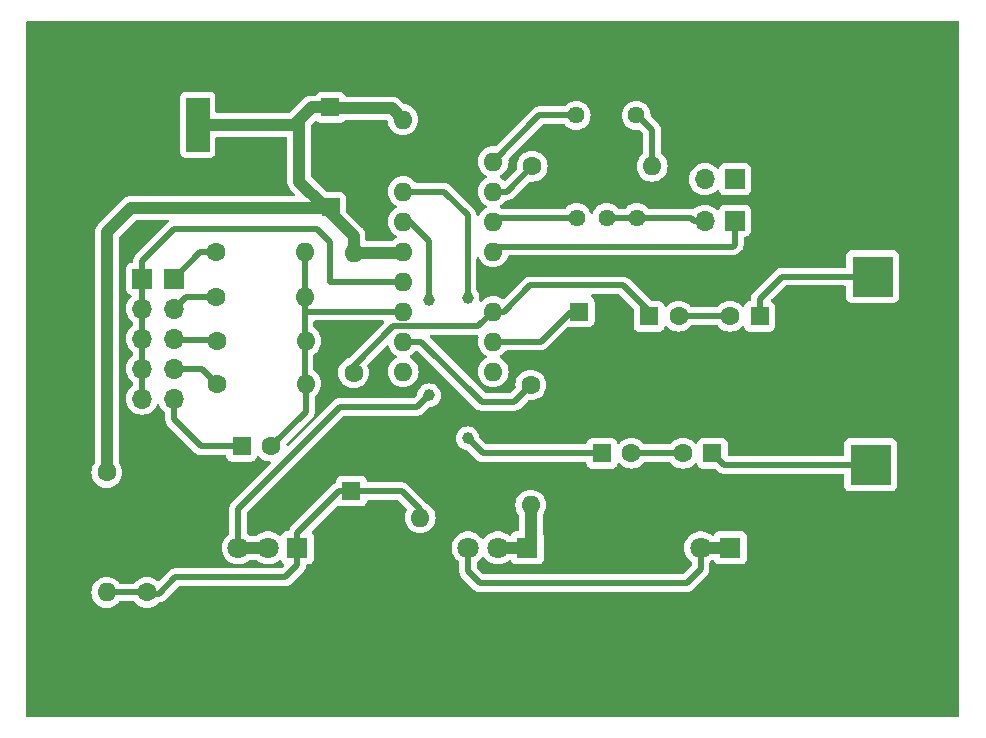
<source format=gbr>
%TF.GenerationSoftware,KiCad,Pcbnew,8.0.4*%
%TF.CreationDate,2024-07-20T11:29:03+02:00*%
%TF.ProjectId,Generatpr XR-2206,47656e65-7261-4747-9072-2058522d3232,rev?*%
%TF.SameCoordinates,Original*%
%TF.FileFunction,Copper,L2,Bot*%
%TF.FilePolarity,Positive*%
%FSLAX46Y46*%
G04 Gerber Fmt 4.6, Leading zero omitted, Abs format (unit mm)*
G04 Created by KiCad (PCBNEW 8.0.4) date 2024-07-20 11:29:03*
%MOMM*%
%LPD*%
G01*
G04 APERTURE LIST*
G04 Aperture macros list*
%AMRoundRect*
0 Rectangle with rounded corners*
0 $1 Rounding radius*
0 $2 $3 $4 $5 $6 $7 $8 $9 X,Y pos of 4 corners*
0 Add a 4 corners polygon primitive as box body*
4,1,4,$2,$3,$4,$5,$6,$7,$8,$9,$2,$3,0*
0 Add four circle primitives for the rounded corners*
1,1,$1+$1,$2,$3*
1,1,$1+$1,$4,$5*
1,1,$1+$1,$6,$7*
1,1,$1+$1,$8,$9*
0 Add four rect primitives between the rounded corners*
20,1,$1+$1,$2,$3,$4,$5,0*
20,1,$1+$1,$4,$5,$6,$7,0*
20,1,$1+$1,$6,$7,$8,$9,0*
20,1,$1+$1,$8,$9,$2,$3,0*%
G04 Aperture macros list end*
%TA.AperFunction,ComponentPad*%
%ADD10R,1.800000X1.800000*%
%TD*%
%TA.AperFunction,ComponentPad*%
%ADD11C,1.800000*%
%TD*%
%TA.AperFunction,ComponentPad*%
%ADD12RoundRect,0.750000X-0.750000X1.250000X-0.750000X-1.250000X0.750000X-1.250000X0.750000X1.250000X0*%
%TD*%
%TA.AperFunction,ComponentPad*%
%ADD13R,3.500000X3.500000*%
%TD*%
%TA.AperFunction,ComponentPad*%
%ADD14C,4.000000*%
%TD*%
%TA.AperFunction,ComponentPad*%
%ADD15C,1.440000*%
%TD*%
%TA.AperFunction,ComponentPad*%
%ADD16C,1.600000*%
%TD*%
%TA.AperFunction,ComponentPad*%
%ADD17O,1.600000X1.600000*%
%TD*%
%TA.AperFunction,ComponentPad*%
%ADD18R,1.600000X1.600000*%
%TD*%
%TA.AperFunction,ComponentPad*%
%ADD19R,1.700000X1.700000*%
%TD*%
%TA.AperFunction,ComponentPad*%
%ADD20O,1.700000X1.700000*%
%TD*%
%TA.AperFunction,ComponentPad*%
%ADD21R,2.000000X4.600000*%
%TD*%
%TA.AperFunction,ComponentPad*%
%ADD22O,2.000000X4.200000*%
%TD*%
%TA.AperFunction,ComponentPad*%
%ADD23O,4.200000X2.000000*%
%TD*%
%TA.AperFunction,ComponentPad*%
%ADD24C,5.000000*%
%TD*%
%TA.AperFunction,ViaPad*%
%ADD25C,1.000000*%
%TD*%
%TA.AperFunction,Conductor*%
%ADD26C,0.500000*%
%TD*%
%TA.AperFunction,Conductor*%
%ADD27C,1.000000*%
%TD*%
G04 APERTURE END LIST*
D10*
%TO.P,RV5,1,1*%
%TO.N,Net-(RV2-Pad3)*%
X183680000Y-90000000D03*
D11*
%TO.P,RV5,2,2*%
X181180000Y-90000000D03*
%TO.P,RV5,3,3*%
%TO.N,GND*%
X178680000Y-90000000D03*
D12*
%TO.P,RV5,MP,MP*%
X185580000Y-97000000D03*
X176780000Y-97000000D03*
%TD*%
D10*
%TO.P,RV2,1,1*%
%TO.N,Net-(R4-Pad2)*%
X166500000Y-90000000D03*
D11*
%TO.P,RV2,2,2*%
X164000000Y-90000000D03*
%TO.P,RV2,3,3*%
%TO.N,Net-(RV2-Pad3)*%
X161500000Y-90000000D03*
D12*
%TO.P,RV2,MP,MP*%
%TO.N,GND*%
X168400000Y-97000000D03*
X159600000Y-97000000D03*
%TD*%
D10*
%TO.P,RV1,1,1*%
%TO.N,Net-(C12-Pad2)*%
X147040000Y-90000000D03*
D11*
%TO.P,RV1,2,2*%
%TO.N,Net-(U1-MO)*%
X144540000Y-90000000D03*
%TO.P,RV1,3,3*%
X142040000Y-90000000D03*
D12*
%TO.P,RV1,MP,MP*%
%TO.N,GND*%
X148940000Y-97000000D03*
X140140000Y-97000000D03*
%TD*%
D13*
%TO.P,J2,1,In*%
%TO.N,Net-(J2-In)*%
X195735000Y-67040000D03*
D14*
%TO.P,J2,2,Ext*%
%TO.N,GND*%
X200760000Y-72065000D03*
X190710000Y-72065000D03*
X200760000Y-62015000D03*
X190710000Y-62015000D03*
%TD*%
D13*
%TO.P,J1,1,In*%
%TO.N,Net-(J1-In)*%
X195570000Y-82970000D03*
D14*
%TO.P,J1,2,Ext*%
%TO.N,GND*%
X200595000Y-87995000D03*
X190545000Y-87995000D03*
X200595000Y-77945000D03*
X190545000Y-77945000D03*
%TD*%
D15*
%TO.P,RV3,1,1*%
%TO.N,Net-(J6-Pin_2)*%
X175770000Y-62040000D03*
%TO.P,RV3,2,2*%
X173230000Y-62040000D03*
%TO.P,RV3,3,3*%
%TO.N,Net-(U1-WAVEA2)*%
X170690000Y-62040000D03*
%TD*%
D16*
%TO.P,R5,1*%
%TO.N,Net-(U1-SYMA1)*%
X166920000Y-57700000D03*
D17*
%TO.P,R5,2*%
%TO.N,Net-(R5-Pad2)*%
X177080000Y-57700000D03*
%TD*%
D18*
%TO.P,C3,1*%
%TO.N,Net-(C12-Pad2)*%
X151600000Y-85200000D03*
D16*
%TO.P,C3,2*%
%TO.N,GND*%
X151600000Y-80200000D03*
%TD*%
%TO.P,C9,1*%
%TO.N,Net-(J4-Pin_2)*%
X140150000Y-68800000D03*
D17*
%TO.P,C9,2*%
%TO.N,Net-(U1-TC2)*%
X147650000Y-68800000D03*
%TD*%
D19*
%TO.P,J4,1,Pin_1*%
%TO.N,Net-(J4-Pin_1)*%
X136600000Y-67220000D03*
D20*
%TO.P,J4,2,Pin_2*%
%TO.N,Net-(J4-Pin_2)*%
X136600000Y-69760000D03*
%TO.P,J4,3,Pin_3*%
%TO.N,Net-(J4-Pin_3)*%
X136600000Y-72300000D03*
%TO.P,J4,4,Pin_4*%
%TO.N,Net-(J4-Pin_4)*%
X136600000Y-74840000D03*
%TO.P,J4,5,Pin_5*%
%TO.N,Net-(J4-Pin_5)*%
X136600000Y-77380000D03*
%TD*%
D18*
%TO.P,C14,1*%
%TO.N,Net-(J4-Pin_5)*%
X142317621Y-81400000D03*
D16*
%TO.P,C14,2*%
%TO.N,Net-(U1-TC2)*%
X144817621Y-81400000D03*
%TD*%
D18*
%TO.P,C15,1*%
%TO.N,+12V*%
X149840000Y-52722380D03*
D16*
%TO.P,C15,2*%
%TO.N,GND*%
X149840000Y-50222380D03*
%TD*%
D18*
%TO.P,C4,1*%
%TO.N,Net-(U1-STO)*%
X172817621Y-82000000D03*
D16*
%TO.P,C4,2*%
%TO.N,Net-(C4-Pad2)*%
X175317621Y-82000000D03*
%TD*%
%TO.P,R4,1*%
%TO.N,Net-(U1-TR1)*%
X166800000Y-76220000D03*
D17*
%TO.P,R4,2*%
%TO.N,Net-(R4-Pad2)*%
X166800000Y-86380000D03*
%TD*%
D21*
%TO.P,J3,1*%
%TO.N,+12V*%
X138600000Y-54180000D03*
D22*
%TO.P,J3,2*%
%TO.N,GND*%
X132300000Y-54180000D03*
D23*
%TO.P,J3,3*%
X135700000Y-58980000D03*
%TD*%
D18*
%TO.P,C2,1*%
%TO.N,+12V*%
X149860000Y-61180000D03*
D16*
%TO.P,C2,2*%
%TO.N,GND*%
X149860000Y-56180000D03*
%TD*%
D24*
%TO.P,REF\u002A\u002A,1*%
%TO.N,GND*%
X196000000Y-100000000D03*
%TD*%
D16*
%TO.P,C10,1*%
%TO.N,Net-(J4-Pin_3)*%
X140250000Y-72500000D03*
D17*
%TO.P,C10,2*%
%TO.N,Net-(U1-TC2)*%
X147750000Y-72500000D03*
%TD*%
D19*
%TO.P,J5,1,Pin_1*%
%TO.N,Net-(J5-Pin_1)*%
X133900000Y-67220000D03*
D20*
%TO.P,J5,2,Pin_2*%
X133900000Y-69760000D03*
%TO.P,J5,3,Pin_3*%
X133900000Y-72300000D03*
%TO.P,J5,4,Pin_4*%
X133900000Y-74840000D03*
%TO.P,J5,5,Pin_5*%
X133900000Y-77380000D03*
%TD*%
D18*
%TO.P,C5,1*%
%TO.N,Net-(U1-SYNCO)*%
X176817621Y-70400000D03*
D16*
%TO.P,C5,2*%
%TO.N,Net-(C5-Pad2)*%
X179317621Y-70400000D03*
%TD*%
D24*
%TO.P,REF\u002A\u002A,1*%
%TO.N,GND*%
X130000000Y-49000000D03*
%TD*%
D18*
%TO.P,C1,1*%
%TO.N,Net-(U1-BIAS)*%
X170900000Y-70000000D03*
D16*
%TO.P,C1,2*%
%TO.N,GND*%
X170900000Y-75000000D03*
%TD*%
D15*
%TO.P,RV4,1,1*%
%TO.N,Net-(R5-Pad2)*%
X175730000Y-53400000D03*
%TO.P,RV4,2,2*%
%TO.N,GND*%
X173190000Y-53400000D03*
%TO.P,RV4,3,3*%
%TO.N,Net-(U1-SYMA2)*%
X170650000Y-53400000D03*
%TD*%
D24*
%TO.P,REF\u002A\u002A,1*%
%TO.N,GND*%
X130000000Y-100000000D03*
%TD*%
D18*
%TO.P,C6,1*%
%TO.N,Net-(J2-In)*%
X186182380Y-70400000D03*
D16*
%TO.P,C6,2*%
%TO.N,Net-(C5-Pad2)*%
X183682380Y-70400000D03*
%TD*%
%TO.P,C12,1*%
%TO.N,GND*%
X157440000Y-79940000D03*
D17*
%TO.P,C12,2*%
%TO.N,Net-(C12-Pad2)*%
X157440000Y-87440000D03*
%TD*%
D16*
%TO.P,R2,1*%
%TO.N,Net-(C12-Pad2)*%
X134300000Y-93780000D03*
D17*
%TO.P,R2,2*%
%TO.N,GND*%
X134300000Y-83620000D03*
%TD*%
D24*
%TO.P,REF\u002A\u002A,1*%
%TO.N,GND*%
X196000000Y-49000000D03*
%TD*%
D19*
%TO.P,J7,1,Pin_1*%
%TO.N,unconnected-(J7-Pin_1-Pad1)*%
X184075000Y-58800000D03*
D20*
%TO.P,J7,2,Pin_2*%
%TO.N,unconnected-(J7-Pin_2-Pad2)*%
X181535000Y-58800000D03*
%TD*%
D18*
%TO.P,C7,1*%
%TO.N,Net-(J1-In)*%
X182182380Y-82000000D03*
D16*
%TO.P,C7,2*%
%TO.N,Net-(C4-Pad2)*%
X179682380Y-82000000D03*
%TD*%
%TO.P,R3,1*%
%TO.N,Net-(U1-SYNCO)*%
X151800000Y-75180000D03*
D17*
%TO.P,R3,2*%
%TO.N,+12V*%
X151800000Y-65020000D03*
%TD*%
D16*
%TO.P,C8,1*%
%TO.N,Net-(J4-Pin_1)*%
X140150000Y-65000000D03*
D17*
%TO.P,C8,2*%
%TO.N,Net-(U1-TC2)*%
X147650000Y-65000000D03*
%TD*%
D16*
%TO.P,C13,1*%
%TO.N,GND*%
X163480000Y-53750000D03*
D17*
%TO.P,C13,2*%
%TO.N,+12V*%
X155980000Y-53750000D03*
%TD*%
D18*
%TO.P,U1,1,AMSI*%
%TO.N,GND*%
X156000000Y-57300000D03*
D17*
%TO.P,U1,2,STO*%
%TO.N,Net-(U1-STO)*%
X156000000Y-59840000D03*
%TO.P,U1,3,MO*%
%TO.N,Net-(U1-MO)*%
X156000000Y-62380000D03*
%TO.P,U1,4,Vcc*%
%TO.N,+12V*%
X156000000Y-64920000D03*
%TO.P,U1,5,TC1*%
%TO.N,Net-(J5-Pin_1)*%
X156000000Y-67460000D03*
%TO.P,U1,6,TC2*%
%TO.N,Net-(U1-TC2)*%
X156000000Y-70000000D03*
%TO.P,U1,7,TR1*%
%TO.N,Net-(U1-TR1)*%
X156000000Y-72540000D03*
%TO.P,U1,8,TR2*%
%TO.N,unconnected-(U1-TR2-Pad8)*%
X156000000Y-75080000D03*
%TO.P,U1,9,FSKI*%
%TO.N,unconnected-(U1-FSKI-Pad9)*%
X163620000Y-75080000D03*
%TO.P,U1,10,BIAS*%
%TO.N,Net-(U1-BIAS)*%
X163620000Y-72540000D03*
%TO.P,U1,11,SYNCO*%
%TO.N,Net-(U1-SYNCO)*%
X163620000Y-70000000D03*
%TO.P,U1,12,GND*%
%TO.N,GND*%
X163620000Y-67460000D03*
%TO.P,U1,13,WAVEA1*%
%TO.N,Net-(J6-Pin_1)*%
X163620000Y-64920000D03*
%TO.P,U1,14,WAVEA2*%
%TO.N,Net-(U1-WAVEA2)*%
X163620000Y-62380000D03*
%TO.P,U1,15,SYMA1*%
%TO.N,Net-(U1-SYMA1)*%
X163620000Y-59840000D03*
%TO.P,U1,16,SYMA2*%
%TO.N,Net-(U1-SYMA2)*%
X163620000Y-57300000D03*
%TD*%
D16*
%TO.P,R1,1*%
%TO.N,+12V*%
X130900000Y-83620000D03*
D17*
%TO.P,R1,2*%
%TO.N,Net-(C12-Pad2)*%
X130900000Y-93780000D03*
%TD*%
D19*
%TO.P,J6,1,Pin_1*%
%TO.N,Net-(J6-Pin_1)*%
X184075000Y-62300000D03*
D20*
%TO.P,J6,2,Pin_2*%
%TO.N,Net-(J6-Pin_2)*%
X181535000Y-62300000D03*
%TD*%
D16*
%TO.P,C11,1*%
%TO.N,Net-(J4-Pin_4)*%
X140250000Y-76100000D03*
D17*
%TO.P,C11,2*%
%TO.N,Net-(U1-TC2)*%
X147750000Y-76100000D03*
%TD*%
D25*
%TO.N,Net-(U1-STO)*%
X161450000Y-80720000D03*
X161450000Y-68840000D03*
%TO.N,Net-(U1-MO)*%
X158190000Y-77090000D03*
X158190000Y-69065000D03*
%TD*%
D26*
%TO.N,Net-(U1-TR1)*%
X165380000Y-77640000D02*
X166800000Y-76220000D01*
X162640000Y-77640000D02*
X165380000Y-77640000D01*
X156000000Y-72540000D02*
X157540000Y-72540000D01*
X157540000Y-72540000D02*
X162640000Y-77640000D01*
%TO.N,Net-(RV2-Pad3)*%
X161500000Y-92000000D02*
X161500000Y-90000000D01*
X180000000Y-93000000D02*
X162500000Y-93000000D01*
X181180000Y-91820000D02*
X180000000Y-93000000D01*
X181180000Y-90530000D02*
X181180000Y-91820000D01*
X162500000Y-93000000D02*
X161500000Y-92000000D01*
%TO.N,Net-(J1-In)*%
X183152380Y-82970000D02*
X195570000Y-82970000D01*
X182182380Y-82000000D02*
X183152380Y-82970000D01*
D27*
%TO.N,Net-(R4-Pad2)*%
X166500000Y-90000000D02*
X166800000Y-89700000D01*
X166800000Y-89700000D02*
X166800000Y-86380000D01*
X164000000Y-90000000D02*
X166500000Y-90000000D01*
%TO.N,Net-(RV2-Pad3)*%
X183680000Y-90000000D02*
X181180000Y-90000000D01*
D26*
%TO.N,Net-(C12-Pad2)*%
X147040000Y-88750000D02*
X150590000Y-85200000D01*
X150590000Y-85200000D02*
X151600000Y-85200000D01*
X147040000Y-91460000D02*
X147040000Y-88750000D01*
X134400000Y-93880000D02*
X135320000Y-93880000D01*
X135320000Y-93880000D02*
X136700000Y-92500000D01*
X146000000Y-92500000D02*
X147040000Y-91460000D01*
X134300000Y-93780000D02*
X134400000Y-93880000D01*
X136700000Y-92500000D02*
X146000000Y-92500000D01*
%TO.N,Net-(U1-MO)*%
X150660000Y-78070000D02*
X157210000Y-78070000D01*
X142040000Y-86690000D02*
X150660000Y-78070000D01*
D27*
X142040000Y-90000000D02*
X144540000Y-90000000D01*
D26*
X142040000Y-90000000D02*
X142040000Y-86690000D01*
X157210000Y-78070000D02*
X158190000Y-77090000D01*
%TO.N,Net-(U1-SYNCO)*%
X151800000Y-74600000D02*
X151800000Y-75180000D01*
X155150000Y-71250000D02*
X151800000Y-74600000D01*
X162370000Y-71250000D02*
X155150000Y-71250000D01*
X163620000Y-70000000D02*
X162370000Y-71250000D01*
%TO.N,Net-(U1-STO)*%
X162730000Y-82000000D02*
X172817621Y-82000000D01*
X161450000Y-80720000D02*
X162730000Y-82000000D01*
X161450000Y-61820000D02*
X159470000Y-59840000D01*
X161450000Y-68840000D02*
X161450000Y-61820000D01*
X159470000Y-59840000D02*
X156000000Y-59840000D01*
%TO.N,Net-(U1-MO)*%
X156580000Y-62380000D02*
X156000000Y-62380000D01*
X158190000Y-63990000D02*
X156580000Y-62380000D01*
X158190000Y-65650000D02*
X158190000Y-63990000D01*
%TO.N,Net-(J2-In)*%
X188050000Y-67040000D02*
X195735000Y-67040000D01*
X186182380Y-70400000D02*
X186182380Y-68907620D01*
X186182380Y-68907620D02*
X188050000Y-67040000D01*
X195735000Y-67040000D02*
X196000000Y-66775000D01*
%TO.N,Net-(C5-Pad2)*%
X179317621Y-70400000D02*
X183682380Y-70400000D01*
%TO.N,Net-(U1-SYNCO)*%
X164500000Y-70000000D02*
X163620000Y-70000000D01*
X174607621Y-67790000D02*
X166710000Y-67790000D01*
X177217621Y-70400000D02*
X174607621Y-67790000D01*
X166710000Y-67790000D02*
X164500000Y-70000000D01*
%TO.N,Net-(C4-Pad2)*%
X175317621Y-82000000D02*
X179682380Y-82000000D01*
%TO.N,Net-(U1-BIAS)*%
X163620000Y-72540000D02*
X167640000Y-72540000D01*
X170180000Y-70000000D02*
X167640000Y-72540000D01*
X170900000Y-70000000D02*
X170180000Y-70000000D01*
%TO.N,GND*%
X156400000Y-57700000D02*
X156000000Y-57300000D01*
D27*
%TO.N,+12V*%
X147200000Y-59000000D02*
X147200000Y-53782380D01*
X149200000Y-61000000D02*
X147200000Y-59000000D01*
D26*
X155900000Y-65020000D02*
X156000000Y-64920000D01*
D27*
X146782380Y-54200000D02*
X148260000Y-52722380D01*
X138620000Y-54200000D02*
X146782380Y-54200000D01*
X149860000Y-61180000D02*
X149830000Y-61210000D01*
X155980000Y-53750000D02*
X155030000Y-52800000D01*
X149200000Y-61000000D02*
X151800000Y-63600000D01*
X155030000Y-52800000D02*
X150017620Y-52800000D01*
X132990000Y-61210000D02*
X130900000Y-63300000D01*
X151800000Y-63600000D02*
X151800000Y-65020000D01*
X148260000Y-52722380D02*
X149840000Y-52722380D01*
D26*
X147200000Y-53782380D02*
X147441190Y-53541190D01*
D27*
X149830000Y-61210000D02*
X132990000Y-61210000D01*
D26*
X149380000Y-61180000D02*
X149200000Y-61000000D01*
D27*
X151800000Y-65020000D02*
X155900000Y-65020000D01*
D26*
X149860000Y-61180000D02*
X149380000Y-61180000D01*
D27*
X130900000Y-63300000D02*
X130900000Y-83620000D01*
X138600000Y-54180000D02*
X138620000Y-54200000D01*
D26*
%TO.N,Net-(C12-Pad2)*%
X130900000Y-93780000D02*
X134300000Y-93780000D01*
X151610000Y-85210000D02*
X155860000Y-85210000D01*
X151600000Y-85200000D02*
X151610000Y-85210000D01*
X155860000Y-85210000D02*
X157400000Y-86750000D01*
%TO.N,Net-(U1-TC2)*%
X147650000Y-76000000D02*
X147750000Y-76100000D01*
X147650000Y-65000000D02*
X147650000Y-76000000D01*
X147650000Y-70000000D02*
X147650000Y-68800000D01*
X156000000Y-70000000D02*
X147650000Y-70000000D01*
X147750000Y-78467621D02*
X144817621Y-81400000D01*
X147750000Y-76100000D02*
X147750000Y-78467621D01*
%TO.N,Net-(U1-MO)*%
X158190000Y-69065000D02*
X158190000Y-65135000D01*
%TO.N,Net-(U1-SYMA1)*%
X164780000Y-59840000D02*
X166920000Y-57700000D01*
X163620000Y-59840000D02*
X164780000Y-59840000D01*
%TO.N,Net-(U1-SYMA2)*%
X167540000Y-53380000D02*
X170750000Y-53380000D01*
X163620000Y-57300000D02*
X167540000Y-53380000D01*
%TO.N,Net-(R5-Pad2)*%
X177080000Y-54630000D02*
X175830000Y-53380000D01*
X177080000Y-57700000D02*
X177080000Y-54630000D01*
%TO.N,Net-(U1-WAVEA2)*%
X163900000Y-62100000D02*
X170680000Y-62100000D01*
X163620000Y-62380000D02*
X163900000Y-62100000D01*
%TO.N,Net-(J4-Pin_1)*%
X136600000Y-67220000D02*
X138820000Y-65000000D01*
X138820000Y-65000000D02*
X140150000Y-65000000D01*
%TO.N,Net-(J4-Pin_2)*%
X136600000Y-69760000D02*
X137570000Y-68790000D01*
X140140000Y-68790000D02*
X140150000Y-68800000D01*
X137570000Y-68790000D02*
X140140000Y-68790000D01*
%TO.N,Net-(J4-Pin_3)*%
X136565000Y-72400000D02*
X140150000Y-72400000D01*
X140150000Y-72400000D02*
X140250000Y-72500000D01*
%TO.N,Net-(J4-Pin_4)*%
X138990000Y-74840000D02*
X140250000Y-76100000D01*
X136600000Y-74840000D02*
X138990000Y-74840000D01*
%TO.N,Net-(J4-Pin_5)*%
X138860000Y-81400000D02*
X142317621Y-81400000D01*
X136600000Y-77380000D02*
X136600000Y-79140000D01*
X136600000Y-79140000D02*
X138860000Y-81400000D01*
%TO.N,Net-(J5-Pin_1)*%
X149800000Y-67460000D02*
X149800000Y-64100000D01*
X156000000Y-67460000D02*
X149800000Y-67460000D01*
X136600000Y-63000000D02*
X133900000Y-65700000D01*
X148700000Y-63000000D02*
X136600000Y-63000000D01*
X133900000Y-65700000D02*
X133900000Y-67180000D01*
X149800000Y-64100000D02*
X148700000Y-63000000D01*
X133900000Y-67180000D02*
X133900000Y-77340000D01*
%TO.N,Net-(J6-Pin_1)*%
X184075000Y-64325000D02*
X183900000Y-64500000D01*
X164040000Y-64500000D02*
X163620000Y-64920000D01*
X183900000Y-64500000D02*
X164040000Y-64500000D01*
X184075000Y-62800000D02*
X184075000Y-64325000D01*
%TO.N,Net-(J6-Pin_2)*%
X180360000Y-62040000D02*
X175820000Y-62040000D01*
X173280000Y-62040000D02*
X175820000Y-62040000D01*
X181535000Y-62300000D02*
X180620000Y-62300000D01*
X180620000Y-62300000D02*
X180360000Y-62040000D01*
X181035000Y-62300000D02*
X181535000Y-62800000D01*
%TD*%
%TA.AperFunction,Conductor*%
%TO.N,GND*%
G36*
X203042539Y-45390185D02*
G01*
X203088294Y-45442989D01*
X203099500Y-45494500D01*
X203099500Y-104245500D01*
X203079815Y-104312539D01*
X203027011Y-104358294D01*
X202975500Y-104369500D01*
X124224500Y-104369500D01*
X124157461Y-104349815D01*
X124111706Y-104297011D01*
X124100500Y-104245500D01*
X124100500Y-83619998D01*
X129594532Y-83619998D01*
X129594532Y-83620001D01*
X129614364Y-83846686D01*
X129614366Y-83846697D01*
X129673258Y-84066488D01*
X129673261Y-84066497D01*
X129769431Y-84272732D01*
X129769432Y-84272734D01*
X129899954Y-84459141D01*
X130060858Y-84620045D01*
X130070865Y-84627052D01*
X130247266Y-84750568D01*
X130453504Y-84846739D01*
X130673308Y-84905635D01*
X130835230Y-84919801D01*
X130899998Y-84925468D01*
X130900000Y-84925468D01*
X130900002Y-84925468D01*
X130956673Y-84920509D01*
X131126692Y-84905635D01*
X131346496Y-84846739D01*
X131552734Y-84750568D01*
X131739139Y-84620047D01*
X131900047Y-84459139D01*
X132030568Y-84272734D01*
X132126739Y-84066496D01*
X132185635Y-83846692D01*
X132205468Y-83620000D01*
X132185635Y-83393308D01*
X132126739Y-83173504D01*
X132030568Y-82967266D01*
X131922924Y-82813532D01*
X131900597Y-82747326D01*
X131900500Y-82742410D01*
X131900500Y-63765782D01*
X131920185Y-63698743D01*
X131936819Y-63678101D01*
X133368102Y-62246819D01*
X133429425Y-62213334D01*
X133455783Y-62210500D01*
X136028770Y-62210500D01*
X136095809Y-62230185D01*
X136141564Y-62282989D01*
X136151508Y-62352147D01*
X136122483Y-62415703D01*
X136116451Y-62422181D01*
X133317047Y-65221584D01*
X133317045Y-65221586D01*
X133281029Y-65275492D01*
X133281027Y-65275495D01*
X133234919Y-65344499D01*
X133234912Y-65344511D01*
X133178343Y-65481082D01*
X133178340Y-65481092D01*
X133149500Y-65626079D01*
X133149500Y-65745500D01*
X133129815Y-65812539D01*
X133077011Y-65858294D01*
X133025505Y-65869500D01*
X133002132Y-65869500D01*
X133002123Y-65869501D01*
X132942516Y-65875908D01*
X132807671Y-65926202D01*
X132807664Y-65926206D01*
X132692455Y-66012452D01*
X132692452Y-66012455D01*
X132606206Y-66127664D01*
X132606202Y-66127671D01*
X132555908Y-66262517D01*
X132549501Y-66322116D01*
X132549500Y-66322135D01*
X132549500Y-68117870D01*
X132549501Y-68117876D01*
X132555908Y-68177483D01*
X132606202Y-68312328D01*
X132606206Y-68312335D01*
X132692452Y-68427544D01*
X132692455Y-68427547D01*
X132807664Y-68513793D01*
X132807671Y-68513797D01*
X132939082Y-68562810D01*
X132995016Y-68604681D01*
X133019433Y-68670145D01*
X133004582Y-68738418D01*
X132983430Y-68766673D01*
X132861505Y-68888597D01*
X132725965Y-69082169D01*
X132725964Y-69082171D01*
X132626098Y-69296335D01*
X132626094Y-69296344D01*
X132564938Y-69524586D01*
X132564936Y-69524596D01*
X132544341Y-69759999D01*
X132544341Y-69760000D01*
X132564936Y-69995403D01*
X132564938Y-69995413D01*
X132626094Y-70223655D01*
X132626096Y-70223659D01*
X132626097Y-70223663D01*
X132681935Y-70343407D01*
X132725965Y-70437830D01*
X132725967Y-70437834D01*
X132861501Y-70631395D01*
X132861506Y-70631402D01*
X133028595Y-70798492D01*
X133028598Y-70798494D01*
X133028599Y-70798495D01*
X133096623Y-70846125D01*
X133140248Y-70900701D01*
X133149500Y-70947700D01*
X133149500Y-71112298D01*
X133129815Y-71179337D01*
X133096625Y-71213872D01*
X133028595Y-71261507D01*
X132861505Y-71428597D01*
X132725965Y-71622169D01*
X132725964Y-71622171D01*
X132626098Y-71836335D01*
X132626094Y-71836344D01*
X132564938Y-72064586D01*
X132564936Y-72064596D01*
X132544341Y-72299999D01*
X132544341Y-72300000D01*
X132564936Y-72535403D01*
X132564938Y-72535413D01*
X132626094Y-72763655D01*
X132626096Y-72763659D01*
X132626097Y-72763663D01*
X132691086Y-72903031D01*
X132725965Y-72977830D01*
X132725967Y-72977834D01*
X132861501Y-73171395D01*
X132861505Y-73171401D01*
X133028595Y-73338492D01*
X133028598Y-73338494D01*
X133028599Y-73338495D01*
X133096623Y-73386125D01*
X133140248Y-73440701D01*
X133149500Y-73487700D01*
X133149500Y-73652298D01*
X133129815Y-73719337D01*
X133096625Y-73753872D01*
X133028595Y-73801507D01*
X132861505Y-73968597D01*
X132725965Y-74162169D01*
X132725964Y-74162171D01*
X132626098Y-74376335D01*
X132626094Y-74376344D01*
X132564938Y-74604586D01*
X132564936Y-74604596D01*
X132544341Y-74839999D01*
X132544341Y-74840000D01*
X132564936Y-75075403D01*
X132564938Y-75075413D01*
X132626094Y-75303655D01*
X132626096Y-75303659D01*
X132626097Y-75303663D01*
X132693061Y-75447267D01*
X132725965Y-75517830D01*
X132725967Y-75517834D01*
X132861501Y-75711395D01*
X132861506Y-75711402D01*
X133028595Y-75878492D01*
X133028598Y-75878494D01*
X133028599Y-75878495D01*
X133096623Y-75926125D01*
X133140248Y-75980701D01*
X133149500Y-76027700D01*
X133149500Y-76192298D01*
X133129815Y-76259337D01*
X133096625Y-76293872D01*
X133028595Y-76341507D01*
X132861505Y-76508597D01*
X132725965Y-76702169D01*
X132725964Y-76702171D01*
X132626098Y-76916335D01*
X132626094Y-76916344D01*
X132564938Y-77144586D01*
X132564936Y-77144596D01*
X132544341Y-77379999D01*
X132544341Y-77380000D01*
X132564936Y-77615403D01*
X132564938Y-77615413D01*
X132626094Y-77843655D01*
X132626096Y-77843659D01*
X132626097Y-77843663D01*
X132725965Y-78057830D01*
X132725967Y-78057834D01*
X132806208Y-78172429D01*
X132861505Y-78251401D01*
X133028599Y-78418495D01*
X133096620Y-78466124D01*
X133222165Y-78554032D01*
X133222167Y-78554033D01*
X133222170Y-78554035D01*
X133436337Y-78653903D01*
X133664592Y-78715063D01*
X133852918Y-78731539D01*
X133899999Y-78735659D01*
X133900000Y-78735659D01*
X133900001Y-78735659D01*
X133939234Y-78732226D01*
X134135408Y-78715063D01*
X134363663Y-78653903D01*
X134577830Y-78554035D01*
X134771401Y-78418495D01*
X134938495Y-78251401D01*
X135074035Y-78057830D01*
X135137619Y-77921473D01*
X135183790Y-77869036D01*
X135250984Y-77849884D01*
X135317865Y-77870100D01*
X135362380Y-77921473D01*
X135425965Y-78057830D01*
X135425967Y-78057834D01*
X135561501Y-78251395D01*
X135561506Y-78251402D01*
X135728595Y-78418492D01*
X135728598Y-78418494D01*
X135728599Y-78418495D01*
X135796623Y-78466125D01*
X135840248Y-78520701D01*
X135849500Y-78567700D01*
X135849500Y-79213918D01*
X135849500Y-79213920D01*
X135849499Y-79213920D01*
X135878340Y-79358907D01*
X135878343Y-79358917D01*
X135934914Y-79495492D01*
X135967812Y-79544727D01*
X135967813Y-79544730D01*
X136017046Y-79618414D01*
X136017052Y-79618421D01*
X138277049Y-81878416D01*
X138381584Y-81982951D01*
X138381587Y-81982953D01*
X138381588Y-81982954D01*
X138504503Y-82065083D01*
X138504506Y-82065085D01*
X138561079Y-82088518D01*
X138561080Y-82088518D01*
X138641088Y-82121659D01*
X138757241Y-82144763D01*
X138776468Y-82148587D01*
X138786081Y-82150500D01*
X138786082Y-82150500D01*
X138786083Y-82150500D01*
X138933918Y-82150500D01*
X140895270Y-82150500D01*
X140962309Y-82170185D01*
X141008064Y-82222989D01*
X141018560Y-82261248D01*
X141023529Y-82307483D01*
X141073823Y-82442328D01*
X141073827Y-82442335D01*
X141160073Y-82557544D01*
X141160076Y-82557547D01*
X141275285Y-82643793D01*
X141275292Y-82643797D01*
X141410138Y-82694091D01*
X141410137Y-82694091D01*
X141417065Y-82694835D01*
X141469748Y-82700500D01*
X143165493Y-82700499D01*
X143225104Y-82694091D01*
X143359952Y-82643796D01*
X143475167Y-82557546D01*
X143561417Y-82442331D01*
X143611712Y-82307483D01*
X143611713Y-82307472D01*
X143612986Y-82302088D01*
X143647554Y-82241369D01*
X143709462Y-82208978D01*
X143779054Y-82215199D01*
X143821346Y-82242912D01*
X143978479Y-82400045D01*
X143978482Y-82400047D01*
X144164887Y-82530568D01*
X144371125Y-82626739D01*
X144590929Y-82685635D01*
X144686548Y-82694000D01*
X144751616Y-82719452D01*
X144792595Y-82776043D01*
X144796473Y-82845805D01*
X144763421Y-82905209D01*
X141457049Y-86211581D01*
X141416957Y-86271583D01*
X141416958Y-86271584D01*
X141374914Y-86334508D01*
X141318343Y-86471082D01*
X141318340Y-86471092D01*
X141289500Y-86616079D01*
X141289500Y-88748801D01*
X141269815Y-88815840D01*
X141241663Y-88846654D01*
X141088218Y-88966085D01*
X141088216Y-88966086D01*
X141088216Y-88966087D01*
X141057457Y-88999500D01*
X140931016Y-89136852D01*
X140804075Y-89331151D01*
X140710842Y-89543699D01*
X140653866Y-89768691D01*
X140653864Y-89768702D01*
X140634700Y-89999993D01*
X140634700Y-90000006D01*
X140653864Y-90231297D01*
X140653866Y-90231308D01*
X140710842Y-90456300D01*
X140804075Y-90668848D01*
X140931016Y-90863147D01*
X140931019Y-90863151D01*
X140931021Y-90863153D01*
X141088216Y-91033913D01*
X141088219Y-91033915D01*
X141088222Y-91033918D01*
X141271365Y-91176464D01*
X141271371Y-91176468D01*
X141271374Y-91176470D01*
X141475497Y-91286936D01*
X141589487Y-91326068D01*
X141695015Y-91362297D01*
X141695017Y-91362297D01*
X141695019Y-91362298D01*
X141923951Y-91400500D01*
X141923952Y-91400500D01*
X142156048Y-91400500D01*
X142156049Y-91400500D01*
X142384981Y-91362298D01*
X142604503Y-91286936D01*
X142808626Y-91176470D01*
X142991784Y-91033913D01*
X142991800Y-91033895D01*
X142992479Y-91033272D01*
X142992827Y-91033100D01*
X142995830Y-91030763D01*
X142996310Y-91031380D01*
X143055133Y-91002348D01*
X143076464Y-91000500D01*
X143503536Y-91000500D01*
X143570575Y-91020185D01*
X143587521Y-91033272D01*
X143588204Y-91033901D01*
X143588216Y-91033913D01*
X143771374Y-91176470D01*
X143975497Y-91286936D01*
X144089487Y-91326068D01*
X144195015Y-91362297D01*
X144195017Y-91362297D01*
X144195019Y-91362298D01*
X144423951Y-91400500D01*
X144423952Y-91400500D01*
X144656048Y-91400500D01*
X144656049Y-91400500D01*
X144884981Y-91362298D01*
X145104503Y-91286936D01*
X145308626Y-91176470D01*
X145485563Y-91038754D01*
X145550556Y-91013112D01*
X145619096Y-91026678D01*
X145669421Y-91075147D01*
X145677907Y-91093275D01*
X145696202Y-91142328D01*
X145696206Y-91142335D01*
X145721760Y-91176470D01*
X145782454Y-91257546D01*
X145895868Y-91342448D01*
X145937738Y-91398380D01*
X145942722Y-91468072D01*
X145909237Y-91529394D01*
X145725451Y-91713181D01*
X145664128Y-91746666D01*
X145637770Y-91749500D01*
X136626076Y-91749500D01*
X136597242Y-91755234D01*
X136597243Y-91755235D01*
X136481093Y-91778339D01*
X136481083Y-91778342D01*
X136401081Y-91811479D01*
X136401082Y-91811480D01*
X136344502Y-91834917D01*
X136295269Y-91867813D01*
X136221588Y-91917044D01*
X136221582Y-91917049D01*
X135336590Y-92802041D01*
X135275267Y-92835526D01*
X135205575Y-92830542D01*
X135161228Y-92802041D01*
X135139141Y-92779954D01*
X134952734Y-92649432D01*
X134952732Y-92649431D01*
X134746497Y-92553261D01*
X134746488Y-92553258D01*
X134526697Y-92494366D01*
X134526693Y-92494365D01*
X134526692Y-92494365D01*
X134526691Y-92494364D01*
X134526686Y-92494364D01*
X134300002Y-92474532D01*
X134299998Y-92474532D01*
X134073313Y-92494364D01*
X134073302Y-92494366D01*
X133853511Y-92553258D01*
X133853502Y-92553261D01*
X133647267Y-92649431D01*
X133647265Y-92649432D01*
X133460858Y-92779954D01*
X133299954Y-92940858D01*
X133274912Y-92976623D01*
X133220335Y-93020248D01*
X133173337Y-93029500D01*
X132026663Y-93029500D01*
X131959624Y-93009815D01*
X131925088Y-92976623D01*
X131900045Y-92940858D01*
X131739141Y-92779954D01*
X131552734Y-92649432D01*
X131552732Y-92649431D01*
X131346497Y-92553261D01*
X131346488Y-92553258D01*
X131126697Y-92494366D01*
X131126693Y-92494365D01*
X131126692Y-92494365D01*
X131126691Y-92494364D01*
X131126686Y-92494364D01*
X130900002Y-92474532D01*
X130899998Y-92474532D01*
X130673313Y-92494364D01*
X130673302Y-92494366D01*
X130453511Y-92553258D01*
X130453502Y-92553261D01*
X130247267Y-92649431D01*
X130247265Y-92649432D01*
X130060858Y-92779954D01*
X129899954Y-92940858D01*
X129769432Y-93127265D01*
X129769431Y-93127267D01*
X129673261Y-93333502D01*
X129673258Y-93333511D01*
X129614366Y-93553302D01*
X129614364Y-93553313D01*
X129594532Y-93779998D01*
X129594532Y-93780001D01*
X129614364Y-94006686D01*
X129614366Y-94006697D01*
X129673258Y-94226488D01*
X129673261Y-94226497D01*
X129769431Y-94432732D01*
X129769432Y-94432734D01*
X129899954Y-94619141D01*
X130060858Y-94780045D01*
X130060861Y-94780047D01*
X130247266Y-94910568D01*
X130453504Y-95006739D01*
X130673308Y-95065635D01*
X130835230Y-95079801D01*
X130899998Y-95085468D01*
X130900000Y-95085468D01*
X130900002Y-95085468D01*
X130956673Y-95080509D01*
X131126692Y-95065635D01*
X131346496Y-95006739D01*
X131552734Y-94910568D01*
X131739139Y-94780047D01*
X131900047Y-94619139D01*
X131925088Y-94583377D01*
X131979665Y-94539752D01*
X132026663Y-94530500D01*
X133173337Y-94530500D01*
X133240376Y-94550185D01*
X133274912Y-94583377D01*
X133299954Y-94619141D01*
X133460858Y-94780045D01*
X133460861Y-94780047D01*
X133647266Y-94910568D01*
X133853504Y-95006739D01*
X134073308Y-95065635D01*
X134235230Y-95079801D01*
X134299998Y-95085468D01*
X134300000Y-95085468D01*
X134300002Y-95085468D01*
X134356673Y-95080509D01*
X134526692Y-95065635D01*
X134746496Y-95006739D01*
X134952734Y-94910568D01*
X135139139Y-94780047D01*
X135252368Y-94666817D01*
X135313689Y-94633334D01*
X135340048Y-94630500D01*
X135393920Y-94630500D01*
X135491462Y-94611096D01*
X135538913Y-94601658D01*
X135675495Y-94545084D01*
X135740487Y-94501658D01*
X135740487Y-94501657D01*
X135740489Y-94501657D01*
X135754969Y-94491981D01*
X135798416Y-94462952D01*
X136974549Y-93286819D01*
X137035872Y-93253334D01*
X137062230Y-93250500D01*
X146073920Y-93250500D01*
X146171462Y-93231096D01*
X146218913Y-93221658D01*
X146355495Y-93165084D01*
X146430577Y-93114916D01*
X146478416Y-93082952D01*
X147622951Y-91938416D01*
X147637228Y-91917049D01*
X147705084Y-91815495D01*
X147761658Y-91678913D01*
X147790500Y-91533918D01*
X147790500Y-91524499D01*
X147810185Y-91457460D01*
X147862989Y-91411705D01*
X147914500Y-91400499D01*
X147987871Y-91400499D01*
X147987872Y-91400499D01*
X148047483Y-91394091D01*
X148182331Y-91343796D01*
X148297546Y-91257546D01*
X148383796Y-91142331D01*
X148434091Y-91007483D01*
X148440500Y-90947873D01*
X148440499Y-89999993D01*
X160094700Y-89999993D01*
X160094700Y-90000006D01*
X160113864Y-90231297D01*
X160113866Y-90231308D01*
X160170842Y-90456300D01*
X160264075Y-90668848D01*
X160391016Y-90863147D01*
X160391019Y-90863151D01*
X160391021Y-90863153D01*
X160548216Y-91033913D01*
X160701662Y-91153344D01*
X160742475Y-91210055D01*
X160749500Y-91251198D01*
X160749500Y-92073918D01*
X160749500Y-92073920D01*
X160749499Y-92073920D01*
X160778340Y-92218907D01*
X160778343Y-92218917D01*
X160834912Y-92355488D01*
X160834920Y-92355503D01*
X160866623Y-92402948D01*
X160866624Y-92402951D01*
X160917046Y-92478414D01*
X160917052Y-92478421D01*
X161917049Y-93478416D01*
X162021584Y-93582951D01*
X162021587Y-93582953D01*
X162021588Y-93582954D01*
X162144503Y-93665083D01*
X162144506Y-93665085D01*
X162201079Y-93688518D01*
X162201080Y-93688518D01*
X162281088Y-93721659D01*
X162397241Y-93744763D01*
X162416468Y-93748587D01*
X162426081Y-93750500D01*
X162426082Y-93750500D01*
X180073920Y-93750500D01*
X180171462Y-93731096D01*
X180218913Y-93721658D01*
X180355495Y-93665084D01*
X180404729Y-93632186D01*
X180478416Y-93582952D01*
X181762952Y-92298416D01*
X181821694Y-92210500D01*
X181845084Y-92175495D01*
X181901658Y-92038913D01*
X181930500Y-91893918D01*
X181930500Y-91251198D01*
X181950185Y-91184159D01*
X181978337Y-91153345D01*
X181992488Y-91142331D01*
X182125566Y-91038752D01*
X182190556Y-91013111D01*
X182259096Y-91026677D01*
X182309421Y-91075145D01*
X182317907Y-91093275D01*
X182336201Y-91142326D01*
X182336206Y-91142335D01*
X182422452Y-91257544D01*
X182422455Y-91257547D01*
X182537664Y-91343793D01*
X182537671Y-91343797D01*
X182672517Y-91394091D01*
X182672516Y-91394091D01*
X182679444Y-91394835D01*
X182732127Y-91400500D01*
X184627872Y-91400499D01*
X184687483Y-91394091D01*
X184822331Y-91343796D01*
X184937546Y-91257546D01*
X185023796Y-91142331D01*
X185074091Y-91007483D01*
X185080500Y-90947873D01*
X185080499Y-89052128D01*
X185074091Y-88992517D01*
X185072061Y-88987075D01*
X185023797Y-88857671D01*
X185023793Y-88857664D01*
X184937547Y-88742455D01*
X184937544Y-88742452D01*
X184822335Y-88656206D01*
X184822328Y-88656202D01*
X184687482Y-88605908D01*
X184687483Y-88605908D01*
X184627883Y-88599501D01*
X184627881Y-88599500D01*
X184627873Y-88599500D01*
X184627864Y-88599500D01*
X182732129Y-88599500D01*
X182732123Y-88599501D01*
X182672516Y-88605908D01*
X182537671Y-88656202D01*
X182537664Y-88656206D01*
X182422455Y-88742452D01*
X182422452Y-88742455D01*
X182336206Y-88857664D01*
X182336202Y-88857671D01*
X182317907Y-88906725D01*
X182276036Y-88962659D01*
X182210572Y-88987076D01*
X182142299Y-88972225D01*
X182125568Y-88961249D01*
X181960629Y-88832872D01*
X181948628Y-88823531D01*
X181744504Y-88713064D01*
X181744495Y-88713061D01*
X181524984Y-88637702D01*
X181334450Y-88605908D01*
X181296049Y-88599500D01*
X181063951Y-88599500D01*
X181025550Y-88605908D01*
X180835015Y-88637702D01*
X180615504Y-88713061D01*
X180615495Y-88713064D01*
X180411371Y-88823531D01*
X180411365Y-88823535D01*
X180228222Y-88966081D01*
X180228219Y-88966084D01*
X180228216Y-88966086D01*
X180228216Y-88966087D01*
X180197457Y-88999500D01*
X180071016Y-89136852D01*
X179944075Y-89331151D01*
X179850842Y-89543699D01*
X179793866Y-89768691D01*
X179793864Y-89768702D01*
X179774700Y-89999993D01*
X179774700Y-90000006D01*
X179793864Y-90231297D01*
X179793866Y-90231308D01*
X179850842Y-90456300D01*
X179944075Y-90668848D01*
X180071016Y-90863147D01*
X180071019Y-90863151D01*
X180071021Y-90863153D01*
X180228216Y-91033913D01*
X180381662Y-91153344D01*
X180422475Y-91210055D01*
X180429500Y-91251198D01*
X180429500Y-91457770D01*
X180409815Y-91524809D01*
X180393181Y-91545451D01*
X179725451Y-92213181D01*
X179664128Y-92246666D01*
X179637770Y-92249500D01*
X162862229Y-92249500D01*
X162795190Y-92229815D01*
X162774548Y-92213181D01*
X162286819Y-91725451D01*
X162253334Y-91664128D01*
X162250500Y-91637770D01*
X162250500Y-91251198D01*
X162270185Y-91184159D01*
X162298338Y-91153344D01*
X162451784Y-91033913D01*
X162608979Y-90863153D01*
X162646191Y-90806196D01*
X162699337Y-90760839D01*
X162768569Y-90751415D01*
X162831904Y-90780917D01*
X162853809Y-90806196D01*
X162891016Y-90863147D01*
X162891019Y-90863151D01*
X162891021Y-90863153D01*
X163048216Y-91033913D01*
X163048219Y-91033915D01*
X163048222Y-91033918D01*
X163231365Y-91176464D01*
X163231371Y-91176468D01*
X163231374Y-91176470D01*
X163435497Y-91286936D01*
X163549487Y-91326068D01*
X163655015Y-91362297D01*
X163655017Y-91362297D01*
X163655019Y-91362298D01*
X163883951Y-91400500D01*
X163883952Y-91400500D01*
X164116048Y-91400500D01*
X164116049Y-91400500D01*
X164344981Y-91362298D01*
X164564503Y-91286936D01*
X164768626Y-91176470D01*
X164945566Y-91038752D01*
X165010556Y-91013111D01*
X165079096Y-91026677D01*
X165129421Y-91075145D01*
X165137907Y-91093275D01*
X165156201Y-91142326D01*
X165156206Y-91142335D01*
X165242452Y-91257544D01*
X165242455Y-91257547D01*
X165357664Y-91343793D01*
X165357671Y-91343797D01*
X165492517Y-91394091D01*
X165492516Y-91394091D01*
X165499444Y-91394835D01*
X165552127Y-91400500D01*
X167447872Y-91400499D01*
X167507483Y-91394091D01*
X167642331Y-91343796D01*
X167757546Y-91257546D01*
X167843796Y-91142331D01*
X167894091Y-91007483D01*
X167900500Y-90947873D01*
X167900499Y-89052128D01*
X167894091Y-88992517D01*
X167892061Y-88987075D01*
X167843797Y-88857671D01*
X167843795Y-88857668D01*
X167825233Y-88832872D01*
X167800816Y-88767408D01*
X167800500Y-88758561D01*
X167800500Y-87257588D01*
X167820185Y-87190549D01*
X167822925Y-87186465D01*
X167930568Y-87032734D01*
X168026739Y-86826496D01*
X168085635Y-86606692D01*
X168105468Y-86380000D01*
X168105427Y-86379537D01*
X168093424Y-86242335D01*
X168085635Y-86153308D01*
X168026739Y-85933504D01*
X167930568Y-85727266D01*
X167800047Y-85540861D01*
X167800045Y-85540858D01*
X167639141Y-85379954D01*
X167452734Y-85249432D01*
X167452732Y-85249431D01*
X167246497Y-85153261D01*
X167246488Y-85153258D01*
X167026697Y-85094366D01*
X167026693Y-85094365D01*
X167026692Y-85094365D01*
X167026691Y-85094364D01*
X167026686Y-85094364D01*
X166800002Y-85074532D01*
X166799998Y-85074532D01*
X166573313Y-85094364D01*
X166573302Y-85094366D01*
X166353511Y-85153258D01*
X166353502Y-85153261D01*
X166147267Y-85249431D01*
X166147265Y-85249432D01*
X165960858Y-85379954D01*
X165799954Y-85540858D01*
X165669432Y-85727265D01*
X165669431Y-85727267D01*
X165573261Y-85933502D01*
X165573258Y-85933511D01*
X165514366Y-86153302D01*
X165514364Y-86153313D01*
X165494532Y-86379998D01*
X165494532Y-86380001D01*
X165514364Y-86606686D01*
X165514366Y-86606697D01*
X165573258Y-86826488D01*
X165573261Y-86826497D01*
X165669431Y-87032732D01*
X165669432Y-87032734D01*
X165777075Y-87186465D01*
X165799402Y-87252671D01*
X165799500Y-87257588D01*
X165799500Y-88475500D01*
X165779815Y-88542539D01*
X165727011Y-88588294D01*
X165675501Y-88599500D01*
X165552130Y-88599500D01*
X165552123Y-88599501D01*
X165492516Y-88605908D01*
X165357671Y-88656202D01*
X165357664Y-88656206D01*
X165242455Y-88742452D01*
X165242452Y-88742455D01*
X165156206Y-88857664D01*
X165156202Y-88857671D01*
X165137907Y-88906725D01*
X165096036Y-88962659D01*
X165030572Y-88987076D01*
X164962299Y-88972225D01*
X164945568Y-88961249D01*
X164780629Y-88832872D01*
X164768628Y-88823531D01*
X164564504Y-88713064D01*
X164564495Y-88713061D01*
X164344984Y-88637702D01*
X164154450Y-88605908D01*
X164116049Y-88599500D01*
X163883951Y-88599500D01*
X163845550Y-88605908D01*
X163655015Y-88637702D01*
X163435504Y-88713061D01*
X163435495Y-88713064D01*
X163231371Y-88823531D01*
X163231365Y-88823535D01*
X163048222Y-88966081D01*
X163048219Y-88966084D01*
X163048216Y-88966086D01*
X163048216Y-88966087D01*
X163017458Y-88999500D01*
X162891015Y-89136854D01*
X162853808Y-89193804D01*
X162800662Y-89239161D01*
X162731430Y-89248584D01*
X162668095Y-89219082D01*
X162646192Y-89193804D01*
X162608984Y-89136854D01*
X162608982Y-89136852D01*
X162608979Y-89136847D01*
X162451784Y-88966087D01*
X162451779Y-88966083D01*
X162451777Y-88966081D01*
X162268634Y-88823535D01*
X162268628Y-88823531D01*
X162064504Y-88713064D01*
X162064495Y-88713061D01*
X161844984Y-88637702D01*
X161654450Y-88605908D01*
X161616049Y-88599500D01*
X161383951Y-88599500D01*
X161345550Y-88605908D01*
X161155015Y-88637702D01*
X160935504Y-88713061D01*
X160935495Y-88713064D01*
X160731371Y-88823531D01*
X160731365Y-88823535D01*
X160548222Y-88966081D01*
X160548219Y-88966084D01*
X160548216Y-88966086D01*
X160548216Y-88966087D01*
X160517457Y-88999500D01*
X160391016Y-89136852D01*
X160264075Y-89331151D01*
X160170842Y-89543699D01*
X160113866Y-89768691D01*
X160113864Y-89768702D01*
X160094700Y-89999993D01*
X148440499Y-89999993D01*
X148440499Y-89052128D01*
X148434091Y-88992517D01*
X148432061Y-88987075D01*
X148383797Y-88857671D01*
X148383793Y-88857664D01*
X148297548Y-88742457D01*
X148297546Y-88742454D01*
X148297542Y-88742451D01*
X148291272Y-88736180D01*
X148293866Y-88733585D01*
X148262400Y-88691640D01*
X148257345Y-88621953D01*
X148290765Y-88560600D01*
X150395855Y-86455511D01*
X150457176Y-86422028D01*
X150526868Y-86427012D01*
X150549870Y-86439573D01*
X150549886Y-86439546D01*
X150557671Y-86443797D01*
X150692517Y-86494091D01*
X150692516Y-86494091D01*
X150699444Y-86494835D01*
X150752127Y-86500500D01*
X152447872Y-86500499D01*
X152507483Y-86494091D01*
X152642331Y-86443796D01*
X152757546Y-86357546D01*
X152843796Y-86242331D01*
X152894091Y-86107483D01*
X152897987Y-86071242D01*
X152924724Y-86006694D01*
X152982116Y-85966846D01*
X153021276Y-85960500D01*
X155497770Y-85960500D01*
X155564809Y-85980185D01*
X155585451Y-85996819D01*
X156269174Y-86680542D01*
X156302659Y-86741865D01*
X156297675Y-86811557D01*
X156293875Y-86820626D01*
X156217138Y-86985191D01*
X156213262Y-86993502D01*
X156213258Y-86993511D01*
X156154366Y-87213302D01*
X156154364Y-87213313D01*
X156134532Y-87439998D01*
X156134532Y-87440001D01*
X156154364Y-87666686D01*
X156154366Y-87666697D01*
X156213258Y-87886488D01*
X156213261Y-87886497D01*
X156309431Y-88092732D01*
X156309432Y-88092734D01*
X156439954Y-88279141D01*
X156600858Y-88440045D01*
X156600861Y-88440047D01*
X156787266Y-88570568D01*
X156993504Y-88666739D01*
X157213308Y-88725635D01*
X157375230Y-88739801D01*
X157439998Y-88745468D01*
X157440000Y-88745468D01*
X157440002Y-88745468D01*
X157496673Y-88740509D01*
X157666692Y-88725635D01*
X157886496Y-88666739D01*
X158092734Y-88570568D01*
X158279139Y-88440047D01*
X158440047Y-88279139D01*
X158570568Y-88092734D01*
X158666739Y-87886496D01*
X158725635Y-87666692D01*
X158745468Y-87440000D01*
X158725635Y-87213308D01*
X158666739Y-86993504D01*
X158570568Y-86787266D01*
X158440047Y-86600861D01*
X158440045Y-86600858D01*
X158279141Y-86439954D01*
X158092731Y-86309430D01*
X157977761Y-86255818D01*
X157942485Y-86231117D01*
X156338421Y-84627052D01*
X156338414Y-84627046D01*
X156264729Y-84577812D01*
X156264729Y-84577813D01*
X156215491Y-84544913D01*
X156078917Y-84488343D01*
X156078907Y-84488340D01*
X155933920Y-84459500D01*
X155933918Y-84459500D01*
X153023426Y-84459500D01*
X152956387Y-84439815D01*
X152910632Y-84387011D01*
X152900136Y-84348753D01*
X152894091Y-84292516D01*
X152843797Y-84157671D01*
X152843793Y-84157664D01*
X152757547Y-84042455D01*
X152757544Y-84042452D01*
X152642335Y-83956206D01*
X152642328Y-83956202D01*
X152507482Y-83905908D01*
X152507483Y-83905908D01*
X152447883Y-83899501D01*
X152447881Y-83899500D01*
X152447873Y-83899500D01*
X152447864Y-83899500D01*
X150752129Y-83899500D01*
X150752123Y-83899501D01*
X150692516Y-83905908D01*
X150557671Y-83956202D01*
X150557664Y-83956206D01*
X150442455Y-84042452D01*
X150442452Y-84042455D01*
X150356206Y-84157664D01*
X150356202Y-84157671D01*
X150305908Y-84292517D01*
X150299501Y-84352116D01*
X150299500Y-84352135D01*
X150299500Y-84425852D01*
X150279815Y-84492891D01*
X150238948Y-84530601D01*
X150239570Y-84531531D01*
X150111584Y-84617048D01*
X150111580Y-84617051D01*
X146457047Y-88271584D01*
X146457043Y-88271589D01*
X146411002Y-88340498D01*
X146411001Y-88340500D01*
X146392958Y-88367502D01*
X146374916Y-88394504D01*
X146374914Y-88394507D01*
X146321711Y-88522953D01*
X146277870Y-88577356D01*
X146211576Y-88599421D01*
X146207151Y-88599500D01*
X146092130Y-88599500D01*
X146092123Y-88599501D01*
X146032516Y-88605908D01*
X145897671Y-88656202D01*
X145897664Y-88656206D01*
X145782455Y-88742452D01*
X145782452Y-88742455D01*
X145696206Y-88857664D01*
X145696202Y-88857671D01*
X145677907Y-88906724D01*
X145636035Y-88962658D01*
X145570571Y-88987075D01*
X145502298Y-88972223D01*
X145485563Y-88961245D01*
X145415514Y-88906724D01*
X145308626Y-88823530D01*
X145188574Y-88758561D01*
X145104504Y-88713064D01*
X145104495Y-88713061D01*
X144884984Y-88637702D01*
X144694450Y-88605908D01*
X144656049Y-88599500D01*
X144423951Y-88599500D01*
X144385550Y-88605908D01*
X144195015Y-88637702D01*
X143975504Y-88713061D01*
X143975495Y-88713064D01*
X143771371Y-88823531D01*
X143642114Y-88924136D01*
X143588216Y-88966087D01*
X143588210Y-88966092D01*
X143587521Y-88966728D01*
X143587172Y-88966899D01*
X143584170Y-88969237D01*
X143583689Y-88968619D01*
X143524867Y-88997652D01*
X143503536Y-88999500D01*
X143076464Y-88999500D01*
X143009425Y-88979815D01*
X142992479Y-88966728D01*
X142991788Y-88966092D01*
X142991784Y-88966087D01*
X142950268Y-88933774D01*
X142838337Y-88846654D01*
X142797524Y-88789943D01*
X142790500Y-88748801D01*
X142790500Y-87052230D01*
X142810185Y-86985191D01*
X142826819Y-86964549D01*
X149071368Y-80720000D01*
X160444659Y-80720000D01*
X160463975Y-80916129D01*
X160463976Y-80916132D01*
X160517482Y-81092518D01*
X160521188Y-81104733D01*
X160614086Y-81278532D01*
X160614090Y-81278539D01*
X160739116Y-81430883D01*
X160891460Y-81555909D01*
X160891467Y-81555913D01*
X161065266Y-81648811D01*
X161065269Y-81648811D01*
X161065273Y-81648814D01*
X161253868Y-81706024D01*
X161343697Y-81714871D01*
X161408485Y-81741031D01*
X161419225Y-81750593D01*
X162251580Y-82582948D01*
X162251584Y-82582951D01*
X162374498Y-82665080D01*
X162374511Y-82665087D01*
X162505761Y-82719452D01*
X162511087Y-82721658D01*
X162511091Y-82721658D01*
X162511092Y-82721659D01*
X162656079Y-82750500D01*
X162656082Y-82750500D01*
X162803917Y-82750500D01*
X171395270Y-82750500D01*
X171462309Y-82770185D01*
X171508064Y-82822989D01*
X171518560Y-82861248D01*
X171523529Y-82907483D01*
X171573823Y-83042328D01*
X171573827Y-83042335D01*
X171660073Y-83157544D01*
X171660076Y-83157547D01*
X171775285Y-83243793D01*
X171775292Y-83243797D01*
X171910138Y-83294091D01*
X171910137Y-83294091D01*
X171917065Y-83294835D01*
X171969748Y-83300500D01*
X173665493Y-83300499D01*
X173725104Y-83294091D01*
X173859952Y-83243796D01*
X173975167Y-83157546D01*
X174061417Y-83042331D01*
X174111712Y-82907483D01*
X174111713Y-82907472D01*
X174112986Y-82902088D01*
X174147554Y-82841369D01*
X174209462Y-82808978D01*
X174279054Y-82815199D01*
X174321346Y-82842912D01*
X174478479Y-83000045D01*
X174478482Y-83000047D01*
X174664887Y-83130568D01*
X174871125Y-83226739D01*
X175090929Y-83285635D01*
X175252851Y-83299801D01*
X175317619Y-83305468D01*
X175317621Y-83305468D01*
X175317623Y-83305468D01*
X175374428Y-83300498D01*
X175544313Y-83285635D01*
X175764117Y-83226739D01*
X175970355Y-83130568D01*
X176156760Y-83000047D01*
X176317668Y-82839139D01*
X176342709Y-82803377D01*
X176397286Y-82759752D01*
X176444284Y-82750500D01*
X178555717Y-82750500D01*
X178622756Y-82770185D01*
X178657292Y-82803377D01*
X178682334Y-82839141D01*
X178843238Y-83000045D01*
X178843241Y-83000047D01*
X179029646Y-83130568D01*
X179235884Y-83226739D01*
X179455688Y-83285635D01*
X179617610Y-83299801D01*
X179682378Y-83305468D01*
X179682380Y-83305468D01*
X179682382Y-83305468D01*
X179739187Y-83300498D01*
X179909072Y-83285635D01*
X180128876Y-83226739D01*
X180335114Y-83130568D01*
X180521519Y-83000047D01*
X180678654Y-82842911D01*
X180739976Y-82809428D01*
X180809667Y-82814412D01*
X180865601Y-82856283D01*
X180887009Y-82902070D01*
X180888288Y-82907480D01*
X180938582Y-83042328D01*
X180938586Y-83042335D01*
X181024832Y-83157544D01*
X181024835Y-83157547D01*
X181140044Y-83243793D01*
X181140051Y-83243797D01*
X181274897Y-83294091D01*
X181274896Y-83294091D01*
X181281824Y-83294835D01*
X181334507Y-83300500D01*
X182370149Y-83300499D01*
X182437188Y-83320183D01*
X182457830Y-83336818D01*
X182673960Y-83552948D01*
X182673964Y-83552951D01*
X182796878Y-83635080D01*
X182796891Y-83635087D01*
X182933462Y-83691656D01*
X182933467Y-83691658D01*
X182933471Y-83691658D01*
X182933472Y-83691659D01*
X183078459Y-83720500D01*
X183078462Y-83720500D01*
X183226297Y-83720500D01*
X193195501Y-83720500D01*
X193262540Y-83740185D01*
X193308295Y-83792989D01*
X193319501Y-83844500D01*
X193319501Y-84767876D01*
X193325908Y-84827483D01*
X193376202Y-84962328D01*
X193376206Y-84962335D01*
X193462452Y-85077544D01*
X193462455Y-85077547D01*
X193577664Y-85163793D01*
X193577671Y-85163797D01*
X193712517Y-85214091D01*
X193712516Y-85214091D01*
X193719444Y-85214835D01*
X193772127Y-85220500D01*
X197367872Y-85220499D01*
X197427483Y-85214091D01*
X197562331Y-85163796D01*
X197677546Y-85077546D01*
X197763796Y-84962331D01*
X197814091Y-84827483D01*
X197820500Y-84767873D01*
X197820499Y-81172128D01*
X197814091Y-81112517D01*
X197808647Y-81097922D01*
X197763797Y-80977671D01*
X197763793Y-80977664D01*
X197677547Y-80862455D01*
X197677544Y-80862452D01*
X197562335Y-80776206D01*
X197562328Y-80776202D01*
X197427482Y-80725908D01*
X197427483Y-80725908D01*
X197367883Y-80719501D01*
X197367881Y-80719500D01*
X197367873Y-80719500D01*
X197367864Y-80719500D01*
X193772129Y-80719500D01*
X193772123Y-80719501D01*
X193712516Y-80725908D01*
X193577671Y-80776202D01*
X193577664Y-80776206D01*
X193462455Y-80862452D01*
X193462452Y-80862455D01*
X193376206Y-80977664D01*
X193376202Y-80977671D01*
X193325908Y-81112517D01*
X193320711Y-81160861D01*
X193319501Y-81172123D01*
X193319500Y-81172135D01*
X193319500Y-82095500D01*
X193299815Y-82162539D01*
X193247011Y-82208294D01*
X193195500Y-82219500D01*
X183606880Y-82219500D01*
X183539841Y-82199815D01*
X183494086Y-82147011D01*
X183482880Y-82095500D01*
X183482879Y-81152129D01*
X183482878Y-81152123D01*
X183481974Y-81143715D01*
X183476471Y-81092517D01*
X183441947Y-80999954D01*
X183426177Y-80957671D01*
X183426173Y-80957664D01*
X183339927Y-80842455D01*
X183339924Y-80842452D01*
X183224715Y-80756206D01*
X183224708Y-80756202D01*
X183089862Y-80705908D01*
X183089863Y-80705908D01*
X183030263Y-80699501D01*
X183030261Y-80699500D01*
X183030253Y-80699500D01*
X183030244Y-80699500D01*
X181334509Y-80699500D01*
X181334503Y-80699501D01*
X181274896Y-80705908D01*
X181140051Y-80756202D01*
X181140044Y-80756206D01*
X181024835Y-80842452D01*
X181024832Y-80842455D01*
X180938586Y-80957664D01*
X180938582Y-80957671D01*
X180888289Y-81092513D01*
X180887012Y-81097922D01*
X180852438Y-81158638D01*
X180790527Y-81191023D01*
X180720936Y-81184796D01*
X180678654Y-81157087D01*
X180521521Y-80999954D01*
X180335114Y-80869432D01*
X180335112Y-80869431D01*
X180128877Y-80773261D01*
X180128868Y-80773258D01*
X179909077Y-80714366D01*
X179909073Y-80714365D01*
X179909072Y-80714365D01*
X179909071Y-80714364D01*
X179909066Y-80714364D01*
X179682382Y-80694532D01*
X179682378Y-80694532D01*
X179455693Y-80714364D01*
X179455682Y-80714366D01*
X179235891Y-80773258D01*
X179235882Y-80773261D01*
X179029647Y-80869431D01*
X179029645Y-80869432D01*
X178843238Y-80999954D01*
X178682334Y-81160858D01*
X178657292Y-81196623D01*
X178602715Y-81240248D01*
X178555717Y-81249500D01*
X176444284Y-81249500D01*
X176377245Y-81229815D01*
X176342709Y-81196623D01*
X176317666Y-81160858D01*
X176156762Y-80999954D01*
X175970355Y-80869432D01*
X175970353Y-80869431D01*
X175764118Y-80773261D01*
X175764109Y-80773258D01*
X175544318Y-80714366D01*
X175544314Y-80714365D01*
X175544313Y-80714365D01*
X175544312Y-80714364D01*
X175544307Y-80714364D01*
X175317623Y-80694532D01*
X175317619Y-80694532D01*
X175090934Y-80714364D01*
X175090923Y-80714366D01*
X174871132Y-80773258D01*
X174871123Y-80773261D01*
X174664888Y-80869431D01*
X174664886Y-80869432D01*
X174478483Y-80999951D01*
X174321347Y-81157087D01*
X174260024Y-81190571D01*
X174190332Y-81185587D01*
X174134399Y-81143715D01*
X174112990Y-81097923D01*
X174111712Y-81092518D01*
X174111711Y-81092516D01*
X174061417Y-80957669D01*
X174061416Y-80957668D01*
X174061414Y-80957664D01*
X173975168Y-80842455D01*
X173975165Y-80842452D01*
X173859956Y-80756206D01*
X173859949Y-80756202D01*
X173725103Y-80705908D01*
X173725104Y-80705908D01*
X173665504Y-80699501D01*
X173665502Y-80699500D01*
X173665494Y-80699500D01*
X173665485Y-80699500D01*
X171969750Y-80699500D01*
X171969744Y-80699501D01*
X171910137Y-80705908D01*
X171775292Y-80756202D01*
X171775285Y-80756206D01*
X171660076Y-80842452D01*
X171660073Y-80842455D01*
X171573827Y-80957664D01*
X171573823Y-80957671D01*
X171523531Y-81092513D01*
X171523530Y-81092517D01*
X171518558Y-81138757D01*
X171491822Y-81203306D01*
X171434430Y-81243154D01*
X171395270Y-81249500D01*
X163092229Y-81249500D01*
X163025190Y-81229815D01*
X163004548Y-81213181D01*
X162480593Y-80689225D01*
X162447108Y-80627902D01*
X162444871Y-80613697D01*
X162443848Y-80603306D01*
X162436024Y-80523868D01*
X162378814Y-80335273D01*
X162378811Y-80335269D01*
X162378811Y-80335266D01*
X162285913Y-80161467D01*
X162285909Y-80161460D01*
X162160883Y-80009116D01*
X162008539Y-79884090D01*
X162008532Y-79884086D01*
X161834733Y-79791188D01*
X161834727Y-79791186D01*
X161646132Y-79733976D01*
X161646129Y-79733975D01*
X161450000Y-79714659D01*
X161253870Y-79733975D01*
X161065266Y-79791188D01*
X160891467Y-79884086D01*
X160891460Y-79884090D01*
X160739116Y-80009116D01*
X160614090Y-80161460D01*
X160614086Y-80161467D01*
X160521188Y-80335266D01*
X160463975Y-80523870D01*
X160444659Y-80720000D01*
X149071368Y-80720000D01*
X150934549Y-78856819D01*
X150995872Y-78823334D01*
X151022230Y-78820500D01*
X157283920Y-78820500D01*
X157381462Y-78801096D01*
X157428913Y-78791658D01*
X157565495Y-78735084D01*
X157614729Y-78702186D01*
X157688416Y-78652952D01*
X158220775Y-78120591D01*
X158282096Y-78087108D01*
X158296295Y-78084871D01*
X158386132Y-78076024D01*
X158574727Y-78018814D01*
X158748538Y-77925910D01*
X158900883Y-77800883D01*
X159025910Y-77648538D01*
X159102293Y-77505635D01*
X159118811Y-77474733D01*
X159118811Y-77474732D01*
X159118814Y-77474727D01*
X159176024Y-77286132D01*
X159195341Y-77090000D01*
X159176024Y-76893868D01*
X159118814Y-76705273D01*
X159118811Y-76705269D01*
X159118811Y-76705266D01*
X159025913Y-76531467D01*
X159025909Y-76531460D01*
X158900883Y-76379116D01*
X158748539Y-76254090D01*
X158748532Y-76254086D01*
X158574733Y-76161188D01*
X158574727Y-76161186D01*
X158448997Y-76123046D01*
X158386129Y-76103975D01*
X158190000Y-76084659D01*
X157993870Y-76103975D01*
X157805266Y-76161188D01*
X157631467Y-76254086D01*
X157631460Y-76254090D01*
X157479116Y-76379116D01*
X157354090Y-76531460D01*
X157354086Y-76531467D01*
X157261188Y-76705266D01*
X157203975Y-76893870D01*
X157195127Y-76983700D01*
X157168965Y-77048487D01*
X157159405Y-77059225D01*
X156935449Y-77283182D01*
X156874129Y-77316666D01*
X156847770Y-77319500D01*
X150586080Y-77319500D01*
X150441092Y-77348340D01*
X150441082Y-77348343D01*
X150304511Y-77404912D01*
X150304504Y-77404916D01*
X150288407Y-77415672D01*
X150280303Y-77421087D01*
X150280302Y-77421087D01*
X150181585Y-77487046D01*
X150181578Y-77487052D01*
X146322830Y-81345800D01*
X146261507Y-81379285D01*
X146191815Y-81374301D01*
X146135882Y-81332429D01*
X146111621Y-81268926D01*
X146109921Y-81249500D01*
X146108490Y-81233136D01*
X146122257Y-81164638D01*
X146144334Y-81134653D01*
X148332951Y-78946037D01*
X148415084Y-78823116D01*
X148471658Y-78686534D01*
X148495296Y-78567700D01*
X148500500Y-78541541D01*
X148500500Y-77226662D01*
X148520185Y-77159623D01*
X148553379Y-77125086D01*
X148589140Y-77100046D01*
X148750045Y-76939141D01*
X148750047Y-76939139D01*
X148880568Y-76752734D01*
X148976739Y-76546496D01*
X149035635Y-76326692D01*
X149055468Y-76100000D01*
X149054374Y-76087500D01*
X149039645Y-75919141D01*
X149035635Y-75873308D01*
X148976739Y-75653504D01*
X148880568Y-75447266D01*
X148750047Y-75260861D01*
X148750045Y-75260858D01*
X148589140Y-75099953D01*
X148453377Y-75004891D01*
X148409752Y-74950314D01*
X148400500Y-74903316D01*
X148400500Y-73696682D01*
X148420185Y-73629643D01*
X148453371Y-73595111D01*
X148589139Y-73500047D01*
X148750047Y-73339139D01*
X148880568Y-73152734D01*
X148976739Y-72946496D01*
X149035635Y-72726692D01*
X149055468Y-72500000D01*
X149035635Y-72273308D01*
X148976739Y-72053504D01*
X148880568Y-71847266D01*
X148750047Y-71660861D01*
X148750045Y-71660858D01*
X148589140Y-71499953D01*
X148453377Y-71404891D01*
X148409752Y-71350314D01*
X148400500Y-71303316D01*
X148400500Y-70874500D01*
X148420185Y-70807461D01*
X148472989Y-70761706D01*
X148524500Y-70750500D01*
X154288771Y-70750500D01*
X154355810Y-70770185D01*
X154401565Y-70822989D01*
X154411509Y-70892147D01*
X154382484Y-70955703D01*
X154376452Y-70962181D01*
X151420528Y-73918102D01*
X151364946Y-73950194D01*
X151353507Y-73953259D01*
X151353503Y-73953260D01*
X151147267Y-74049431D01*
X151147265Y-74049432D01*
X150960858Y-74179954D01*
X150799954Y-74340858D01*
X150669432Y-74527265D01*
X150669431Y-74527267D01*
X150573261Y-74733502D01*
X150573258Y-74733511D01*
X150514366Y-74953302D01*
X150514364Y-74953313D01*
X150494532Y-75179998D01*
X150494532Y-75180001D01*
X150514364Y-75406686D01*
X150514366Y-75406697D01*
X150573258Y-75626488D01*
X150573261Y-75626497D01*
X150669431Y-75832732D01*
X150669432Y-75832734D01*
X150799954Y-76019141D01*
X150960858Y-76180045D01*
X150960861Y-76180047D01*
X151147266Y-76310568D01*
X151353504Y-76406739D01*
X151573308Y-76465635D01*
X151735230Y-76479801D01*
X151799998Y-76485468D01*
X151800000Y-76485468D01*
X151800002Y-76485468D01*
X151856673Y-76480509D01*
X152026692Y-76465635D01*
X152246496Y-76406739D01*
X152452734Y-76310568D01*
X152639139Y-76180047D01*
X152800047Y-76019139D01*
X152930568Y-75832734D01*
X153026739Y-75626496D01*
X153085635Y-75406692D01*
X153105468Y-75180000D01*
X153085635Y-74953308D01*
X153026739Y-74733504D01*
X152968384Y-74608365D01*
X152957893Y-74539289D01*
X152986412Y-74475505D01*
X152993074Y-74468292D01*
X154558335Y-72903030D01*
X154619658Y-72869546D01*
X154689350Y-72874530D01*
X154745283Y-72916402D01*
X154765791Y-72958618D01*
X154773259Y-72986491D01*
X154773261Y-72986497D01*
X154869431Y-73192732D01*
X154869432Y-73192734D01*
X154999954Y-73379141D01*
X155160858Y-73540045D01*
X155160861Y-73540047D01*
X155347266Y-73670568D01*
X155405275Y-73697618D01*
X155457714Y-73743791D01*
X155476866Y-73810984D01*
X155456650Y-73877865D01*
X155405275Y-73922382D01*
X155347267Y-73949431D01*
X155347265Y-73949432D01*
X155160858Y-74079954D01*
X154999954Y-74240858D01*
X154869432Y-74427265D01*
X154869431Y-74427267D01*
X154773261Y-74633502D01*
X154773258Y-74633511D01*
X154714366Y-74853302D01*
X154714364Y-74853313D01*
X154694532Y-75079998D01*
X154694532Y-75080001D01*
X154714364Y-75306686D01*
X154714366Y-75306697D01*
X154773258Y-75526488D01*
X154773261Y-75526497D01*
X154869431Y-75732732D01*
X154869432Y-75732734D01*
X154999954Y-75919141D01*
X155160858Y-76080045D01*
X155195034Y-76103975D01*
X155347266Y-76210568D01*
X155553504Y-76306739D01*
X155773308Y-76365635D01*
X155927408Y-76379117D01*
X155999998Y-76385468D01*
X156000000Y-76385468D01*
X156000002Y-76385468D01*
X156072592Y-76379117D01*
X156226692Y-76365635D01*
X156446496Y-76306739D01*
X156652734Y-76210568D01*
X156839139Y-76080047D01*
X157000047Y-75919139D01*
X157130568Y-75732734D01*
X157226739Y-75526496D01*
X157285635Y-75306692D01*
X157305468Y-75080000D01*
X157285635Y-74853308D01*
X157226739Y-74633504D01*
X157130568Y-74427266D01*
X157000047Y-74240861D01*
X157000045Y-74240858D01*
X156839141Y-74079954D01*
X156652734Y-73949432D01*
X156652728Y-73949429D01*
X156594725Y-73922382D01*
X156542285Y-73876210D01*
X156523133Y-73809017D01*
X156543348Y-73742135D01*
X156594725Y-73697618D01*
X156652734Y-73670568D01*
X156839139Y-73540047D01*
X157000047Y-73379139D01*
X157025088Y-73343377D01*
X157079665Y-73299752D01*
X157126663Y-73290500D01*
X157177770Y-73290500D01*
X157244809Y-73310185D01*
X157265451Y-73326819D01*
X162161580Y-78222948D01*
X162161584Y-78222951D01*
X162284498Y-78305080D01*
X162284511Y-78305087D01*
X162421082Y-78361656D01*
X162421087Y-78361658D01*
X162421091Y-78361658D01*
X162421092Y-78361659D01*
X162566079Y-78390500D01*
X162566082Y-78390500D01*
X165453920Y-78390500D01*
X165551462Y-78371096D01*
X165598913Y-78361658D01*
X165735495Y-78305084D01*
X165793043Y-78266632D01*
X165858416Y-78222952D01*
X166534652Y-77546714D01*
X166595973Y-77513231D01*
X166633135Y-77510869D01*
X166776366Y-77523400D01*
X166799999Y-77525468D01*
X166800000Y-77525468D01*
X166800002Y-77525468D01*
X166856673Y-77520509D01*
X167026692Y-77505635D01*
X167246496Y-77446739D01*
X167452734Y-77350568D01*
X167639139Y-77220047D01*
X167800047Y-77059139D01*
X167930568Y-76872734D01*
X168026739Y-76666496D01*
X168085635Y-76446692D01*
X168105468Y-76220000D01*
X168085635Y-75993308D01*
X168026739Y-75773504D01*
X167930568Y-75567266D01*
X167800047Y-75380861D01*
X167800045Y-75380858D01*
X167639141Y-75219954D01*
X167452734Y-75089432D01*
X167452732Y-75089431D01*
X167246497Y-74993261D01*
X167246488Y-74993258D01*
X167026697Y-74934366D01*
X167026693Y-74934365D01*
X167026692Y-74934365D01*
X167026691Y-74934364D01*
X167026686Y-74934364D01*
X166800002Y-74914532D01*
X166799998Y-74914532D01*
X166573313Y-74934364D01*
X166573302Y-74934366D01*
X166353511Y-74993258D01*
X166353502Y-74993261D01*
X166147267Y-75089431D01*
X166147265Y-75089432D01*
X165960858Y-75219954D01*
X165799954Y-75380858D01*
X165669432Y-75567265D01*
X165669431Y-75567267D01*
X165573261Y-75773502D01*
X165573258Y-75773511D01*
X165514366Y-75993302D01*
X165514364Y-75993313D01*
X165494532Y-76219998D01*
X165494532Y-76220003D01*
X165509129Y-76386861D01*
X165495362Y-76455360D01*
X165473282Y-76485348D01*
X165105451Y-76853181D01*
X165044128Y-76886666D01*
X165017770Y-76889500D01*
X163002229Y-76889500D01*
X162935190Y-76869815D01*
X162914548Y-76853181D01*
X158273549Y-72212181D01*
X158240064Y-72150858D01*
X158245048Y-72081166D01*
X158286920Y-72025233D01*
X158352384Y-72000816D01*
X158361230Y-72000500D01*
X162256581Y-72000500D01*
X162323620Y-72020185D01*
X162369375Y-72072989D01*
X162379319Y-72142147D01*
X162376356Y-72156593D01*
X162334366Y-72313302D01*
X162334364Y-72313313D01*
X162314532Y-72539998D01*
X162314532Y-72540001D01*
X162334364Y-72766686D01*
X162334366Y-72766697D01*
X162393258Y-72986488D01*
X162393261Y-72986497D01*
X162489431Y-73192732D01*
X162489432Y-73192734D01*
X162619954Y-73379141D01*
X162780858Y-73540045D01*
X162780861Y-73540047D01*
X162967266Y-73670568D01*
X163025275Y-73697618D01*
X163077714Y-73743791D01*
X163096866Y-73810984D01*
X163076650Y-73877865D01*
X163025275Y-73922382D01*
X162967267Y-73949431D01*
X162967265Y-73949432D01*
X162780858Y-74079954D01*
X162619954Y-74240858D01*
X162489432Y-74427265D01*
X162489431Y-74427267D01*
X162393261Y-74633502D01*
X162393258Y-74633511D01*
X162334366Y-74853302D01*
X162334364Y-74853313D01*
X162314532Y-75079998D01*
X162314532Y-75080001D01*
X162334364Y-75306686D01*
X162334366Y-75306697D01*
X162393258Y-75526488D01*
X162393261Y-75526497D01*
X162489431Y-75732732D01*
X162489432Y-75732734D01*
X162619954Y-75919141D01*
X162780858Y-76080045D01*
X162815034Y-76103975D01*
X162967266Y-76210568D01*
X163173504Y-76306739D01*
X163393308Y-76365635D01*
X163547408Y-76379117D01*
X163619998Y-76385468D01*
X163620000Y-76385468D01*
X163620002Y-76385468D01*
X163692592Y-76379117D01*
X163846692Y-76365635D01*
X164066496Y-76306739D01*
X164272734Y-76210568D01*
X164459139Y-76080047D01*
X164620047Y-75919139D01*
X164750568Y-75732734D01*
X164846739Y-75526496D01*
X164905635Y-75306692D01*
X164925468Y-75080000D01*
X164905635Y-74853308D01*
X164846739Y-74633504D01*
X164750568Y-74427266D01*
X164620047Y-74240861D01*
X164620045Y-74240858D01*
X164459141Y-74079954D01*
X164272734Y-73949432D01*
X164272728Y-73949429D01*
X164214725Y-73922382D01*
X164162285Y-73876210D01*
X164143133Y-73809017D01*
X164163348Y-73742135D01*
X164214725Y-73697618D01*
X164272734Y-73670568D01*
X164459139Y-73540047D01*
X164620047Y-73379139D01*
X164645088Y-73343377D01*
X164699665Y-73299752D01*
X164746663Y-73290500D01*
X167713920Y-73290500D01*
X167811462Y-73271096D01*
X167858913Y-73261658D01*
X167995495Y-73205084D01*
X168045905Y-73171401D01*
X168118416Y-73122952D01*
X169909719Y-71331647D01*
X169971040Y-71298164D01*
X170010654Y-71296041D01*
X170052127Y-71300500D01*
X171747872Y-71300499D01*
X171807483Y-71294091D01*
X171942331Y-71243796D01*
X172057546Y-71157546D01*
X172143796Y-71042331D01*
X172194091Y-70907483D01*
X172200500Y-70847873D01*
X172200499Y-69152128D01*
X172194091Y-69092517D01*
X172190232Y-69082171D01*
X172143797Y-68957671D01*
X172143793Y-68957664D01*
X172057547Y-68842455D01*
X172057449Y-68842382D01*
X171995772Y-68796210D01*
X171952433Y-68763766D01*
X171910563Y-68707832D01*
X171905579Y-68638141D01*
X171939065Y-68576818D01*
X172000388Y-68543334D01*
X172026745Y-68540500D01*
X174245391Y-68540500D01*
X174312430Y-68560185D01*
X174333072Y-68576819D01*
X175480802Y-69724548D01*
X175514287Y-69785871D01*
X175517121Y-69812229D01*
X175517121Y-71247870D01*
X175517122Y-71247876D01*
X175523529Y-71307483D01*
X175573823Y-71442328D01*
X175573827Y-71442335D01*
X175660073Y-71557544D01*
X175660076Y-71557547D01*
X175775285Y-71643793D01*
X175775292Y-71643797D01*
X175910138Y-71694091D01*
X175910137Y-71694091D01*
X175917065Y-71694835D01*
X175969748Y-71700500D01*
X177665493Y-71700499D01*
X177725104Y-71694091D01*
X177859952Y-71643796D01*
X177975167Y-71557546D01*
X178061417Y-71442331D01*
X178111712Y-71307483D01*
X178111713Y-71307472D01*
X178112986Y-71302088D01*
X178147554Y-71241369D01*
X178209462Y-71208978D01*
X178279054Y-71215199D01*
X178321346Y-71242912D01*
X178478479Y-71400045D01*
X178478482Y-71400047D01*
X178664887Y-71530568D01*
X178871125Y-71626739D01*
X178871130Y-71626740D01*
X178871132Y-71626741D01*
X178924036Y-71640916D01*
X179090929Y-71685635D01*
X179252851Y-71699801D01*
X179317619Y-71705468D01*
X179317621Y-71705468D01*
X179317623Y-71705468D01*
X179374428Y-71700498D01*
X179544313Y-71685635D01*
X179764117Y-71626739D01*
X179970355Y-71530568D01*
X180156760Y-71400047D01*
X180317668Y-71239139D01*
X180335015Y-71214365D01*
X180342709Y-71203377D01*
X180397286Y-71159752D01*
X180444284Y-71150500D01*
X182555717Y-71150500D01*
X182622756Y-71170185D01*
X182657292Y-71203377D01*
X182682334Y-71239141D01*
X182843238Y-71400045D01*
X182843241Y-71400047D01*
X183029646Y-71530568D01*
X183235884Y-71626739D01*
X183235889Y-71626740D01*
X183235891Y-71626741D01*
X183288795Y-71640916D01*
X183455688Y-71685635D01*
X183617610Y-71699801D01*
X183682378Y-71705468D01*
X183682380Y-71705468D01*
X183682382Y-71705468D01*
X183739187Y-71700498D01*
X183909072Y-71685635D01*
X184128876Y-71626739D01*
X184335114Y-71530568D01*
X184521519Y-71400047D01*
X184678654Y-71242911D01*
X184739976Y-71209428D01*
X184809667Y-71214412D01*
X184865601Y-71256283D01*
X184887009Y-71302070D01*
X184888288Y-71307480D01*
X184938582Y-71442328D01*
X184938586Y-71442335D01*
X185024832Y-71557544D01*
X185024835Y-71557547D01*
X185140044Y-71643793D01*
X185140051Y-71643797D01*
X185274897Y-71694091D01*
X185274896Y-71694091D01*
X185281824Y-71694835D01*
X185334507Y-71700500D01*
X187030252Y-71700499D01*
X187089863Y-71694091D01*
X187224711Y-71643796D01*
X187339926Y-71557546D01*
X187426176Y-71442331D01*
X187476471Y-71307483D01*
X187482880Y-71247873D01*
X187482879Y-69552128D01*
X187476471Y-69492517D01*
X187461632Y-69452732D01*
X187426177Y-69357671D01*
X187426173Y-69357664D01*
X187339927Y-69242455D01*
X187339924Y-69242452D01*
X187224714Y-69156205D01*
X187221620Y-69154516D01*
X187219126Y-69152022D01*
X187217611Y-69150888D01*
X187217774Y-69150670D01*
X187172214Y-69105112D01*
X187157361Y-69036839D01*
X187181776Y-68971375D01*
X187193357Y-68958009D01*
X188324548Y-67826819D01*
X188385871Y-67793334D01*
X188412229Y-67790500D01*
X193360501Y-67790500D01*
X193427540Y-67810185D01*
X193473295Y-67862989D01*
X193484501Y-67914500D01*
X193484501Y-68837876D01*
X193490908Y-68897483D01*
X193541202Y-69032328D01*
X193541206Y-69032335D01*
X193627452Y-69147544D01*
X193627455Y-69147547D01*
X193742664Y-69233793D01*
X193742671Y-69233797D01*
X193877517Y-69284091D01*
X193877516Y-69284091D01*
X193884444Y-69284835D01*
X193937127Y-69290500D01*
X197532872Y-69290499D01*
X197592483Y-69284091D01*
X197727331Y-69233796D01*
X197842546Y-69147546D01*
X197928796Y-69032331D01*
X197979091Y-68897483D01*
X197985500Y-68837873D01*
X197985499Y-65242128D01*
X197979091Y-65182517D01*
X197928796Y-65047669D01*
X197928795Y-65047668D01*
X197928793Y-65047664D01*
X197842547Y-64932455D01*
X197842544Y-64932452D01*
X197727335Y-64846206D01*
X197727328Y-64846202D01*
X197592482Y-64795908D01*
X197592483Y-64795908D01*
X197532883Y-64789501D01*
X197532881Y-64789500D01*
X197532873Y-64789500D01*
X197532864Y-64789500D01*
X193937129Y-64789500D01*
X193937123Y-64789501D01*
X193877516Y-64795908D01*
X193742671Y-64846202D01*
X193742664Y-64846206D01*
X193627455Y-64932452D01*
X193627452Y-64932455D01*
X193541206Y-65047664D01*
X193541202Y-65047671D01*
X193490908Y-65182517D01*
X193486159Y-65226697D01*
X193484501Y-65242123D01*
X193484500Y-65242135D01*
X193484500Y-66165500D01*
X193464815Y-66232539D01*
X193412011Y-66278294D01*
X193360500Y-66289500D01*
X187976076Y-66289500D01*
X187947242Y-66295234D01*
X187947243Y-66295235D01*
X187831093Y-66318339D01*
X187831083Y-66318342D01*
X187751081Y-66351479D01*
X187751082Y-66351480D01*
X187694506Y-66374915D01*
X187612814Y-66429500D01*
X187571582Y-66457049D01*
X187571579Y-66457052D01*
X185599432Y-68429198D01*
X185599429Y-68429201D01*
X185561413Y-68486096D01*
X185561414Y-68486097D01*
X185517294Y-68552128D01*
X185460723Y-68688702D01*
X185460720Y-68688712D01*
X185431880Y-68833699D01*
X185431880Y-68977648D01*
X185412195Y-69044687D01*
X185359391Y-69090442D01*
X185321135Y-69100938D01*
X185274896Y-69105909D01*
X185140051Y-69156202D01*
X185140044Y-69156206D01*
X185024835Y-69242452D01*
X185024832Y-69242455D01*
X184938586Y-69357664D01*
X184938582Y-69357671D01*
X184888289Y-69492513D01*
X184887012Y-69497922D01*
X184852438Y-69558638D01*
X184790527Y-69591023D01*
X184720936Y-69584796D01*
X184678654Y-69557087D01*
X184521521Y-69399954D01*
X184335114Y-69269432D01*
X184335112Y-69269431D01*
X184128877Y-69173261D01*
X184128868Y-69173258D01*
X183909077Y-69114366D01*
X183909073Y-69114365D01*
X183909072Y-69114365D01*
X183909071Y-69114364D01*
X183909066Y-69114364D01*
X183682382Y-69094532D01*
X183682378Y-69094532D01*
X183455693Y-69114364D01*
X183455682Y-69114366D01*
X183235891Y-69173258D01*
X183235882Y-69173261D01*
X183029647Y-69269431D01*
X183029645Y-69269432D01*
X182843238Y-69399954D01*
X182682334Y-69560858D01*
X182657292Y-69596623D01*
X182602715Y-69640248D01*
X182555717Y-69649500D01*
X180444284Y-69649500D01*
X180377245Y-69629815D01*
X180342709Y-69596623D01*
X180317666Y-69560858D01*
X180156762Y-69399954D01*
X179970355Y-69269432D01*
X179970353Y-69269431D01*
X179764118Y-69173261D01*
X179764109Y-69173258D01*
X179544318Y-69114366D01*
X179544314Y-69114365D01*
X179544313Y-69114365D01*
X179544312Y-69114364D01*
X179544307Y-69114364D01*
X179317623Y-69094532D01*
X179317619Y-69094532D01*
X179090934Y-69114364D01*
X179090923Y-69114366D01*
X178871132Y-69173258D01*
X178871123Y-69173261D01*
X178664888Y-69269431D01*
X178664886Y-69269432D01*
X178478483Y-69399951D01*
X178321347Y-69557087D01*
X178260024Y-69590571D01*
X178190332Y-69585587D01*
X178134399Y-69543715D01*
X178112990Y-69497923D01*
X178111712Y-69492518D01*
X178111711Y-69492516D01*
X178061417Y-69357669D01*
X178061416Y-69357668D01*
X178061414Y-69357664D01*
X177975168Y-69242455D01*
X177975165Y-69242452D01*
X177859956Y-69156206D01*
X177859949Y-69156202D01*
X177725103Y-69105908D01*
X177725104Y-69105908D01*
X177665504Y-69099501D01*
X177665502Y-69099500D01*
X177665494Y-69099500D01*
X177665486Y-69099500D01*
X177029850Y-69099500D01*
X176962811Y-69079815D01*
X176942169Y-69063181D01*
X175086042Y-67207052D01*
X175086035Y-67207046D01*
X175012350Y-67157812D01*
X175012350Y-67157813D01*
X174963112Y-67124913D01*
X174826538Y-67068343D01*
X174826528Y-67068340D01*
X174681541Y-67039500D01*
X174681539Y-67039500D01*
X166636082Y-67039500D01*
X166636080Y-67039500D01*
X166491092Y-67068340D01*
X166491086Y-67068342D01*
X166354508Y-67124914D01*
X166354496Y-67124921D01*
X166305269Y-67157813D01*
X166231588Y-67207044D01*
X166231580Y-67207050D01*
X164520677Y-68917953D01*
X164459354Y-68951438D01*
X164389662Y-68946454D01*
X164361873Y-68931847D01*
X164312795Y-68897483D01*
X164272734Y-68869432D01*
X164214880Y-68842454D01*
X164066497Y-68773261D01*
X164066488Y-68773258D01*
X163846697Y-68714366D01*
X163846693Y-68714365D01*
X163846692Y-68714365D01*
X163846691Y-68714364D01*
X163846686Y-68714364D01*
X163620002Y-68694532D01*
X163619998Y-68694532D01*
X163393313Y-68714364D01*
X163393302Y-68714366D01*
X163173511Y-68773258D01*
X163173502Y-68773261D01*
X162967267Y-68869431D01*
X162967265Y-68869432D01*
X162780862Y-68999951D01*
X162647355Y-69133458D01*
X162586032Y-69166942D01*
X162516340Y-69161958D01*
X162460407Y-69120086D01*
X162435990Y-69054622D01*
X162436271Y-69033622D01*
X162436398Y-69032331D01*
X162455341Y-68840000D01*
X162436024Y-68643868D01*
X162378814Y-68455273D01*
X162378811Y-68455269D01*
X162378811Y-68455266D01*
X162285913Y-68281467D01*
X162285911Y-68281465D01*
X162285910Y-68281462D01*
X162243828Y-68230185D01*
X162228647Y-68211686D01*
X162201334Y-68147376D01*
X162200500Y-68133021D01*
X162200500Y-65512445D01*
X162220185Y-65445406D01*
X162272989Y-65399651D01*
X162342147Y-65389707D01*
X162405703Y-65418732D01*
X162436880Y-65460038D01*
X162460803Y-65511339D01*
X162489431Y-65572732D01*
X162489432Y-65572734D01*
X162619954Y-65759141D01*
X162780858Y-65920045D01*
X162789650Y-65926201D01*
X162967266Y-66050568D01*
X163173504Y-66146739D01*
X163393308Y-66205635D01*
X163555230Y-66219801D01*
X163619998Y-66225468D01*
X163620000Y-66225468D01*
X163620002Y-66225468D01*
X163676673Y-66220509D01*
X163846692Y-66205635D01*
X164066496Y-66146739D01*
X164272734Y-66050568D01*
X164459139Y-65920047D01*
X164620047Y-65759139D01*
X164750568Y-65572734D01*
X164846739Y-65366496D01*
X164852630Y-65344511D01*
X164853194Y-65342406D01*
X164889559Y-65282746D01*
X164952406Y-65252217D01*
X164972969Y-65250500D01*
X183973920Y-65250500D01*
X184071462Y-65231096D01*
X184118913Y-65221658D01*
X184255495Y-65165084D01*
X184327385Y-65117049D01*
X184378416Y-65082952D01*
X184657951Y-64803416D01*
X184740084Y-64680495D01*
X184796658Y-64543913D01*
X184825500Y-64398918D01*
X184825500Y-64251083D01*
X184825500Y-63774499D01*
X184845185Y-63707460D01*
X184897989Y-63661705D01*
X184949500Y-63650499D01*
X184972871Y-63650499D01*
X184972872Y-63650499D01*
X185032483Y-63644091D01*
X185167331Y-63593796D01*
X185282546Y-63507546D01*
X185368796Y-63392331D01*
X185419091Y-63257483D01*
X185425500Y-63197873D01*
X185425499Y-61402128D01*
X185419091Y-61342517D01*
X185417810Y-61339083D01*
X185368797Y-61207671D01*
X185368793Y-61207664D01*
X185282547Y-61092455D01*
X185282544Y-61092452D01*
X185167335Y-61006206D01*
X185167328Y-61006202D01*
X185032482Y-60955908D01*
X185032483Y-60955908D01*
X184972883Y-60949501D01*
X184972881Y-60949500D01*
X184972873Y-60949500D01*
X184972864Y-60949500D01*
X183177129Y-60949500D01*
X183177123Y-60949501D01*
X183117516Y-60955908D01*
X182982671Y-61006202D01*
X182982664Y-61006206D01*
X182867455Y-61092452D01*
X182867452Y-61092455D01*
X182781206Y-61207664D01*
X182781203Y-61207669D01*
X182732189Y-61339083D01*
X182690317Y-61395016D01*
X182624853Y-61419433D01*
X182556580Y-61404581D01*
X182528326Y-61383430D01*
X182406402Y-61261506D01*
X182406395Y-61261501D01*
X182389157Y-61249431D01*
X182329518Y-61207671D01*
X182212834Y-61125967D01*
X182212830Y-61125965D01*
X182176485Y-61109017D01*
X181998663Y-61026097D01*
X181998659Y-61026096D01*
X181998655Y-61026094D01*
X181770413Y-60964938D01*
X181770403Y-60964936D01*
X181535001Y-60944341D01*
X181534999Y-60944341D01*
X181299596Y-60964936D01*
X181299586Y-60964938D01*
X181071344Y-61026094D01*
X181071335Y-61026098D01*
X180857171Y-61125964D01*
X180857169Y-61125965D01*
X180663604Y-61261500D01*
X180649006Y-61276098D01*
X180587682Y-61309581D01*
X180537135Y-61310031D01*
X180433920Y-61289500D01*
X180433918Y-61289500D01*
X176796910Y-61289500D01*
X176729871Y-61269815D01*
X176709228Y-61253181D01*
X176708531Y-61252484D01*
X176708529Y-61252481D01*
X176557519Y-61101471D01*
X176557518Y-61101470D01*
X176557517Y-61101469D01*
X176382578Y-60978977D01*
X176382579Y-60978977D01*
X176253547Y-60918809D01*
X176189030Y-60888724D01*
X176189026Y-60888723D01*
X176189022Y-60888721D01*
X175982752Y-60833452D01*
X175982748Y-60833451D01*
X175982747Y-60833451D01*
X175982746Y-60833450D01*
X175982741Y-60833450D01*
X175770002Y-60814838D01*
X175769998Y-60814838D01*
X175557258Y-60833450D01*
X175557247Y-60833452D01*
X175350977Y-60888721D01*
X175350968Y-60888725D01*
X175157421Y-60978977D01*
X174982482Y-61101469D01*
X174930691Y-61153261D01*
X174831471Y-61252481D01*
X174831468Y-61252484D01*
X174830772Y-61253181D01*
X174769448Y-61286666D01*
X174743090Y-61289500D01*
X174256910Y-61289500D01*
X174189871Y-61269815D01*
X174169228Y-61253181D01*
X174168531Y-61252484D01*
X174168529Y-61252481D01*
X174017519Y-61101471D01*
X174017518Y-61101470D01*
X174017517Y-61101469D01*
X173842578Y-60978977D01*
X173842579Y-60978977D01*
X173713547Y-60918809D01*
X173649030Y-60888724D01*
X173649026Y-60888723D01*
X173649022Y-60888721D01*
X173442752Y-60833452D01*
X173442748Y-60833451D01*
X173442747Y-60833451D01*
X173442746Y-60833450D01*
X173442741Y-60833450D01*
X173230002Y-60814838D01*
X173229998Y-60814838D01*
X173017258Y-60833450D01*
X173017247Y-60833452D01*
X172810977Y-60888721D01*
X172810968Y-60888725D01*
X172617421Y-60978977D01*
X172442478Y-61101472D01*
X172291472Y-61252478D01*
X172168977Y-61427421D01*
X172078725Y-61620968D01*
X172076870Y-61626064D01*
X172074749Y-61625292D01*
X172043406Y-61676710D01*
X171980558Y-61707237D01*
X171911183Y-61698939D01*
X171857307Y-61654452D01*
X171844169Y-61625685D01*
X171843130Y-61626064D01*
X171841279Y-61620983D01*
X171841276Y-61620970D01*
X171751021Y-61427419D01*
X171628529Y-61252481D01*
X171628527Y-61252478D01*
X171477521Y-61101472D01*
X171302578Y-60978977D01*
X171302579Y-60978977D01*
X171173547Y-60918809D01*
X171109030Y-60888724D01*
X171109026Y-60888723D01*
X171109022Y-60888721D01*
X170902752Y-60833452D01*
X170902748Y-60833451D01*
X170902747Y-60833451D01*
X170902746Y-60833450D01*
X170902741Y-60833450D01*
X170690002Y-60814838D01*
X170689998Y-60814838D01*
X170477258Y-60833450D01*
X170477247Y-60833452D01*
X170270977Y-60888721D01*
X170270968Y-60888725D01*
X170077421Y-60978977D01*
X169902478Y-61101472D01*
X169751474Y-61252476D01*
X169720562Y-61296624D01*
X169665985Y-61340248D01*
X169618987Y-61349500D01*
X164454743Y-61349500D01*
X164387704Y-61329815D01*
X164383632Y-61327083D01*
X164272734Y-61249432D01*
X164214724Y-61222381D01*
X164162285Y-61176210D01*
X164143133Y-61109017D01*
X164163348Y-61042135D01*
X164214725Y-60997618D01*
X164272734Y-60970568D01*
X164459139Y-60840047D01*
X164620047Y-60679139D01*
X164645088Y-60643377D01*
X164699665Y-60599752D01*
X164746663Y-60590500D01*
X164853920Y-60590500D01*
X164951462Y-60571096D01*
X164998913Y-60561658D01*
X165135495Y-60505084D01*
X165205450Y-60458342D01*
X165258416Y-60422952D01*
X166654652Y-59026714D01*
X166715973Y-58993231D01*
X166753135Y-58990869D01*
X166896366Y-59003400D01*
X166919999Y-59005468D01*
X166920000Y-59005468D01*
X166920002Y-59005468D01*
X166976673Y-59000509D01*
X167146692Y-58985635D01*
X167366496Y-58926739D01*
X167572734Y-58830568D01*
X167759139Y-58700047D01*
X167920047Y-58539139D01*
X168050568Y-58352734D01*
X168146739Y-58146496D01*
X168205635Y-57926692D01*
X168224797Y-57707669D01*
X168225468Y-57700001D01*
X168225468Y-57699998D01*
X168210305Y-57526686D01*
X168205635Y-57473308D01*
X168146739Y-57253504D01*
X168050568Y-57047266D01*
X167920047Y-56860861D01*
X167920045Y-56860858D01*
X167759141Y-56699954D01*
X167572734Y-56569432D01*
X167572732Y-56569431D01*
X167366497Y-56473261D01*
X167366488Y-56473258D01*
X167146697Y-56414366D01*
X167146693Y-56414365D01*
X167146692Y-56414365D01*
X167146691Y-56414364D01*
X167146686Y-56414364D01*
X166920002Y-56394532D01*
X166919998Y-56394532D01*
X166693313Y-56414364D01*
X166693302Y-56414366D01*
X166473511Y-56473258D01*
X166473502Y-56473261D01*
X166267267Y-56569431D01*
X166267265Y-56569432D01*
X166080858Y-56699954D01*
X165919954Y-56860858D01*
X165789432Y-57047265D01*
X165789431Y-57047267D01*
X165693261Y-57253502D01*
X165693258Y-57253511D01*
X165634366Y-57473302D01*
X165634364Y-57473313D01*
X165614532Y-57699998D01*
X165614532Y-57700003D01*
X165629129Y-57866861D01*
X165615362Y-57935360D01*
X165593282Y-57965348D01*
X164676590Y-58882041D01*
X164615267Y-58915526D01*
X164545576Y-58910542D01*
X164501228Y-58882041D01*
X164459141Y-58839954D01*
X164272734Y-58709432D01*
X164272728Y-58709429D01*
X164214725Y-58682382D01*
X164162285Y-58636210D01*
X164143133Y-58569017D01*
X164163348Y-58502135D01*
X164214725Y-58457618D01*
X164272734Y-58430568D01*
X164459139Y-58300047D01*
X164620047Y-58139139D01*
X164750568Y-57952734D01*
X164846739Y-57746496D01*
X164905635Y-57526692D01*
X164925468Y-57300000D01*
X164910869Y-57133137D01*
X164924635Y-57064639D01*
X164946713Y-57034653D01*
X167814548Y-54166819D01*
X167875871Y-54133334D01*
X167902229Y-54130500D01*
X169606995Y-54130500D01*
X169674034Y-54150185D01*
X169708568Y-54183374D01*
X169711471Y-54187520D01*
X169862478Y-54338527D01*
X169862481Y-54338529D01*
X170037419Y-54461021D01*
X170037421Y-54461022D01*
X170037420Y-54461022D01*
X170101936Y-54491106D01*
X170230970Y-54551276D01*
X170437253Y-54606549D01*
X170589215Y-54619844D01*
X170649998Y-54625162D01*
X170650000Y-54625162D01*
X170650002Y-54625162D01*
X170703186Y-54620508D01*
X170862747Y-54606549D01*
X171069030Y-54551276D01*
X171262581Y-54461021D01*
X171437519Y-54338529D01*
X171588529Y-54187519D01*
X171711021Y-54012581D01*
X171801276Y-53819030D01*
X171856549Y-53612747D01*
X171875162Y-53400000D01*
X171875162Y-53399998D01*
X174504838Y-53399998D01*
X174504838Y-53400001D01*
X174523450Y-53612741D01*
X174523452Y-53612752D01*
X174578721Y-53819022D01*
X174578723Y-53819026D01*
X174578724Y-53819030D01*
X174607121Y-53879927D01*
X174668977Y-54012578D01*
X174791472Y-54187521D01*
X174942478Y-54338527D01*
X174942481Y-54338529D01*
X175117419Y-54461021D01*
X175117421Y-54461022D01*
X175117420Y-54461022D01*
X175181936Y-54491106D01*
X175310970Y-54551276D01*
X175517253Y-54606549D01*
X175669215Y-54619844D01*
X175729998Y-54625162D01*
X175730000Y-54625162D01*
X175730001Y-54625162D01*
X175781459Y-54620659D01*
X175933360Y-54607370D01*
X176001860Y-54621137D01*
X176031849Y-54643217D01*
X176293181Y-54904549D01*
X176326666Y-54965872D01*
X176329500Y-54992230D01*
X176329500Y-56573336D01*
X176309815Y-56640375D01*
X176276625Y-56674910D01*
X176240863Y-56699951D01*
X176079951Y-56860862D01*
X175949432Y-57047265D01*
X175949431Y-57047267D01*
X175853261Y-57253502D01*
X175853258Y-57253511D01*
X175794366Y-57473302D01*
X175794364Y-57473313D01*
X175774532Y-57699998D01*
X175774532Y-57700001D01*
X175794364Y-57926686D01*
X175794366Y-57926697D01*
X175853258Y-58146488D01*
X175853261Y-58146497D01*
X175949431Y-58352732D01*
X175949432Y-58352734D01*
X176079954Y-58539141D01*
X176240858Y-58700045D01*
X176240861Y-58700047D01*
X176427266Y-58830568D01*
X176633504Y-58926739D01*
X176853308Y-58985635D01*
X177015230Y-58999801D01*
X177079998Y-59005468D01*
X177080000Y-59005468D01*
X177080002Y-59005468D01*
X177136673Y-59000509D01*
X177306692Y-58985635D01*
X177526496Y-58926739D01*
X177732734Y-58830568D01*
X177776391Y-58799999D01*
X180179341Y-58799999D01*
X180179341Y-58800000D01*
X180199936Y-59035403D01*
X180199938Y-59035413D01*
X180261094Y-59263655D01*
X180261096Y-59263659D01*
X180261097Y-59263663D01*
X180345499Y-59444663D01*
X180360965Y-59477830D01*
X180360967Y-59477834D01*
X180455824Y-59613302D01*
X180496505Y-59671401D01*
X180663599Y-59838495D01*
X180760384Y-59906265D01*
X180857165Y-59974032D01*
X180857167Y-59974033D01*
X180857170Y-59974035D01*
X181071337Y-60073903D01*
X181299592Y-60135063D01*
X181476034Y-60150500D01*
X181534999Y-60155659D01*
X181535000Y-60155659D01*
X181535001Y-60155659D01*
X181593966Y-60150500D01*
X181770408Y-60135063D01*
X181998663Y-60073903D01*
X182212830Y-59974035D01*
X182406401Y-59838495D01*
X182528329Y-59716566D01*
X182589648Y-59683084D01*
X182659340Y-59688068D01*
X182715274Y-59729939D01*
X182732189Y-59760917D01*
X182781202Y-59892328D01*
X182781206Y-59892335D01*
X182867452Y-60007544D01*
X182867455Y-60007547D01*
X182982664Y-60093793D01*
X182982671Y-60093797D01*
X183117517Y-60144091D01*
X183117516Y-60144091D01*
X183124444Y-60144835D01*
X183177127Y-60150500D01*
X184972872Y-60150499D01*
X185032483Y-60144091D01*
X185167331Y-60093796D01*
X185282546Y-60007546D01*
X185368796Y-59892331D01*
X185419091Y-59757483D01*
X185425500Y-59697873D01*
X185425499Y-57902128D01*
X185419091Y-57842517D01*
X185417810Y-57839083D01*
X185368797Y-57707671D01*
X185368793Y-57707664D01*
X185282547Y-57592455D01*
X185282544Y-57592452D01*
X185167335Y-57506206D01*
X185167328Y-57506202D01*
X185032482Y-57455908D01*
X185032483Y-57455908D01*
X184972883Y-57449501D01*
X184972881Y-57449500D01*
X184972873Y-57449500D01*
X184972864Y-57449500D01*
X183177129Y-57449500D01*
X183177123Y-57449501D01*
X183117516Y-57455908D01*
X182982671Y-57506202D01*
X182982664Y-57506206D01*
X182867455Y-57592452D01*
X182867452Y-57592455D01*
X182781206Y-57707664D01*
X182781203Y-57707669D01*
X182732189Y-57839083D01*
X182690317Y-57895016D01*
X182624853Y-57919433D01*
X182556580Y-57904581D01*
X182528326Y-57883430D01*
X182406402Y-57761506D01*
X182406395Y-57761501D01*
X182384954Y-57746488D01*
X182329518Y-57707671D01*
X182212834Y-57625967D01*
X182212830Y-57625965D01*
X182212828Y-57625964D01*
X181998663Y-57526097D01*
X181998659Y-57526096D01*
X181998655Y-57526094D01*
X181770413Y-57464938D01*
X181770403Y-57464936D01*
X181535001Y-57444341D01*
X181534999Y-57444341D01*
X181299596Y-57464936D01*
X181299586Y-57464938D01*
X181071344Y-57526094D01*
X181071335Y-57526098D01*
X180857171Y-57625964D01*
X180857169Y-57625965D01*
X180663597Y-57761505D01*
X180496505Y-57928597D01*
X180360965Y-58122169D01*
X180360964Y-58122171D01*
X180261098Y-58336335D01*
X180261094Y-58336344D01*
X180199938Y-58564586D01*
X180199936Y-58564596D01*
X180179341Y-58799999D01*
X177776391Y-58799999D01*
X177919139Y-58700047D01*
X178080047Y-58539139D01*
X178210568Y-58352734D01*
X178306739Y-58146496D01*
X178365635Y-57926692D01*
X178384797Y-57707669D01*
X178385468Y-57700001D01*
X178385468Y-57699998D01*
X178370305Y-57526686D01*
X178365635Y-57473308D01*
X178306739Y-57253504D01*
X178210568Y-57047266D01*
X178080047Y-56860861D01*
X177919139Y-56699953D01*
X177914373Y-56696615D01*
X177883375Y-56674910D01*
X177839751Y-56620332D01*
X177830500Y-56573336D01*
X177830500Y-54556079D01*
X177801659Y-54411092D01*
X177801658Y-54411091D01*
X177801658Y-54411087D01*
X177745084Y-54274505D01*
X177693974Y-54198013D01*
X177678463Y-54174798D01*
X177662954Y-54151586D01*
X176991274Y-53479906D01*
X176957789Y-53418583D01*
X176955427Y-53403032D01*
X176946720Y-53303511D01*
X176936549Y-53187253D01*
X176881276Y-52980970D01*
X176791021Y-52787419D01*
X176668529Y-52612481D01*
X176668527Y-52612478D01*
X176517521Y-52461472D01*
X176342578Y-52338977D01*
X176342579Y-52338977D01*
X176213547Y-52278809D01*
X176149030Y-52248724D01*
X176149026Y-52248723D01*
X176149022Y-52248721D01*
X175942752Y-52193452D01*
X175942748Y-52193451D01*
X175942747Y-52193451D01*
X175942746Y-52193450D01*
X175942741Y-52193450D01*
X175730002Y-52174838D01*
X175729998Y-52174838D01*
X175517258Y-52193450D01*
X175517247Y-52193452D01*
X175310977Y-52248721D01*
X175310968Y-52248725D01*
X175117421Y-52338977D01*
X174942478Y-52461472D01*
X174791472Y-52612478D01*
X174668977Y-52787421D01*
X174578725Y-52980968D01*
X174578721Y-52980977D01*
X174523452Y-53187247D01*
X174523450Y-53187258D01*
X174504838Y-53399998D01*
X171875162Y-53399998D01*
X171856549Y-53187253D01*
X171801276Y-52980970D01*
X171711021Y-52787419D01*
X171588529Y-52612481D01*
X171588527Y-52612478D01*
X171437521Y-52461472D01*
X171262578Y-52338977D01*
X171262579Y-52338977D01*
X171133547Y-52278809D01*
X171069030Y-52248724D01*
X171069026Y-52248723D01*
X171069022Y-52248721D01*
X170862752Y-52193452D01*
X170862748Y-52193451D01*
X170862747Y-52193451D01*
X170862746Y-52193450D01*
X170862741Y-52193450D01*
X170650002Y-52174838D01*
X170649998Y-52174838D01*
X170437258Y-52193450D01*
X170437247Y-52193452D01*
X170230977Y-52248721D01*
X170230968Y-52248725D01*
X170037421Y-52338977D01*
X169862482Y-52461469D01*
X169800694Y-52523258D01*
X169730769Y-52593182D01*
X169669449Y-52626666D01*
X169643090Y-52629500D01*
X167466080Y-52629500D01*
X167321092Y-52658340D01*
X167321082Y-52658343D01*
X167184511Y-52714912D01*
X167184498Y-52714919D01*
X167061584Y-52797048D01*
X167061580Y-52797051D01*
X163885348Y-55973282D01*
X163824025Y-56006767D01*
X163786861Y-56009129D01*
X163620003Y-55994532D01*
X163619998Y-55994532D01*
X163393313Y-56014364D01*
X163393302Y-56014366D01*
X163173511Y-56073258D01*
X163173502Y-56073261D01*
X162967267Y-56169431D01*
X162967265Y-56169432D01*
X162780858Y-56299954D01*
X162619954Y-56460858D01*
X162489432Y-56647265D01*
X162489431Y-56647267D01*
X162393261Y-56853502D01*
X162393258Y-56853511D01*
X162334366Y-57073302D01*
X162334364Y-57073313D01*
X162314532Y-57299998D01*
X162314532Y-57300001D01*
X162334364Y-57526686D01*
X162334366Y-57526697D01*
X162393258Y-57746488D01*
X162393261Y-57746497D01*
X162489431Y-57952732D01*
X162489432Y-57952734D01*
X162619954Y-58139141D01*
X162780858Y-58300045D01*
X162780861Y-58300047D01*
X162967266Y-58430568D01*
X163025275Y-58457618D01*
X163077714Y-58503791D01*
X163096866Y-58570984D01*
X163076650Y-58637865D01*
X163025275Y-58682382D01*
X162967267Y-58709431D01*
X162967265Y-58709432D01*
X162780858Y-58839954D01*
X162619954Y-59000858D01*
X162489432Y-59187265D01*
X162489431Y-59187267D01*
X162393261Y-59393502D01*
X162393258Y-59393511D01*
X162334366Y-59613302D01*
X162334364Y-59613313D01*
X162314532Y-59839998D01*
X162314532Y-59840001D01*
X162334364Y-60066686D01*
X162334366Y-60066697D01*
X162393258Y-60286488D01*
X162393261Y-60286497D01*
X162489431Y-60492732D01*
X162489432Y-60492734D01*
X162619954Y-60679141D01*
X162780858Y-60840045D01*
X162780861Y-60840047D01*
X162967266Y-60970568D01*
X163025275Y-60997618D01*
X163077714Y-61043791D01*
X163096866Y-61110984D01*
X163076650Y-61177865D01*
X163025275Y-61222382D01*
X162967267Y-61249431D01*
X162967265Y-61249432D01*
X162780858Y-61379954D01*
X162619954Y-61540858D01*
X162489432Y-61727265D01*
X162489431Y-61727267D01*
X162436882Y-61839959D01*
X162390709Y-61892398D01*
X162323516Y-61911550D01*
X162256635Y-61891334D01*
X162211300Y-61838168D01*
X162200500Y-61787554D01*
X162200500Y-61746079D01*
X162171659Y-61601092D01*
X162171658Y-61601091D01*
X162171658Y-61601087D01*
X162146712Y-61540861D01*
X162115087Y-61464511D01*
X162115085Y-61464507D01*
X162115084Y-61464505D01*
X162073405Y-61402128D01*
X162032952Y-61341584D01*
X161014734Y-60323366D01*
X159948421Y-59257052D01*
X159948414Y-59257046D01*
X159874729Y-59207812D01*
X159874729Y-59207813D01*
X159825491Y-59174913D01*
X159688917Y-59118343D01*
X159688907Y-59118340D01*
X159543920Y-59089500D01*
X159543918Y-59089500D01*
X157126663Y-59089500D01*
X157059624Y-59069815D01*
X157025088Y-59036623D01*
X157000045Y-59000858D01*
X156839141Y-58839954D01*
X156652734Y-58709432D01*
X156652732Y-58709431D01*
X156446497Y-58613261D01*
X156446488Y-58613258D01*
X156226697Y-58554366D01*
X156226693Y-58554365D01*
X156226692Y-58554365D01*
X156226691Y-58554364D01*
X156226686Y-58554364D01*
X156000002Y-58534532D01*
X155999998Y-58534532D01*
X155773313Y-58554364D01*
X155773302Y-58554366D01*
X155553511Y-58613258D01*
X155553502Y-58613261D01*
X155347267Y-58709431D01*
X155347265Y-58709432D01*
X155160858Y-58839954D01*
X154999954Y-59000858D01*
X154869432Y-59187265D01*
X154869431Y-59187267D01*
X154773261Y-59393502D01*
X154773258Y-59393511D01*
X154714366Y-59613302D01*
X154714364Y-59613313D01*
X154694532Y-59839998D01*
X154694532Y-59840001D01*
X154714364Y-60066686D01*
X154714366Y-60066697D01*
X154773258Y-60286488D01*
X154773261Y-60286497D01*
X154869431Y-60492732D01*
X154869432Y-60492734D01*
X154999954Y-60679141D01*
X155160858Y-60840045D01*
X155160861Y-60840047D01*
X155347266Y-60970568D01*
X155405275Y-60997618D01*
X155457714Y-61043791D01*
X155476866Y-61110984D01*
X155456650Y-61177865D01*
X155405275Y-61222382D01*
X155347267Y-61249431D01*
X155347265Y-61249432D01*
X155160858Y-61379954D01*
X154999954Y-61540858D01*
X154869432Y-61727265D01*
X154869431Y-61727267D01*
X154773261Y-61933502D01*
X154773258Y-61933511D01*
X154714366Y-62153302D01*
X154714364Y-62153313D01*
X154694532Y-62379998D01*
X154694532Y-62380001D01*
X154714364Y-62606686D01*
X154714366Y-62606697D01*
X154773258Y-62826488D01*
X154773261Y-62826497D01*
X154869431Y-63032732D01*
X154869432Y-63032734D01*
X154999954Y-63219141D01*
X155160858Y-63380045D01*
X155178410Y-63392335D01*
X155347266Y-63510568D01*
X155380862Y-63526234D01*
X155405275Y-63537618D01*
X155457714Y-63583791D01*
X155476866Y-63650984D01*
X155456650Y-63717865D01*
X155405275Y-63762381D01*
X155388541Y-63770185D01*
X155347267Y-63789431D01*
X155347265Y-63789432D01*
X155160862Y-63919951D01*
X155133803Y-63947011D01*
X155097631Y-63983182D01*
X155036311Y-64016666D01*
X155009952Y-64019500D01*
X152924500Y-64019500D01*
X152857461Y-63999815D01*
X152811706Y-63947011D01*
X152800500Y-63895500D01*
X152800500Y-63501458D01*
X152800499Y-63501455D01*
X152771466Y-63355494D01*
X152762052Y-63308170D01*
X152762051Y-63308165D01*
X152741057Y-63257482D01*
X152733609Y-63239500D01*
X152725175Y-63219139D01*
X152686635Y-63126093D01*
X152686634Y-63126092D01*
X152686632Y-63126086D01*
X152613179Y-63016155D01*
X152577140Y-62962219D01*
X152520327Y-62905406D01*
X152437782Y-62822861D01*
X152437781Y-62822860D01*
X151825421Y-62210500D01*
X151196818Y-61581897D01*
X151163333Y-61520574D01*
X151160499Y-61494216D01*
X151160499Y-60332129D01*
X151160498Y-60332123D01*
X151154091Y-60272516D01*
X151103797Y-60137671D01*
X151103793Y-60137664D01*
X151017547Y-60022455D01*
X151017544Y-60022452D01*
X150902335Y-59936206D01*
X150902328Y-59936202D01*
X150767482Y-59885908D01*
X150767483Y-59885908D01*
X150707883Y-59879501D01*
X150707881Y-59879500D01*
X150707873Y-59879500D01*
X150707865Y-59879500D01*
X149545782Y-59879500D01*
X149478743Y-59859815D01*
X149458101Y-59843181D01*
X148236819Y-58621899D01*
X148203334Y-58560576D01*
X148200500Y-58534218D01*
X148200500Y-54248161D01*
X148220185Y-54181122D01*
X148236815Y-54160484D01*
X148512234Y-53885064D01*
X148573555Y-53851581D01*
X148643246Y-53856565D01*
X148674046Y-53876359D01*
X148675355Y-53874612D01*
X148797664Y-53966173D01*
X148797671Y-53966177D01*
X148932517Y-54016471D01*
X148932516Y-54016471D01*
X148939444Y-54017215D01*
X148992127Y-54022880D01*
X150687872Y-54022879D01*
X150747483Y-54016471D01*
X150882331Y-53966176D01*
X150997546Y-53879926D01*
X151019808Y-53850188D01*
X151075742Y-53808318D01*
X151119074Y-53800500D01*
X154564218Y-53800500D01*
X154631257Y-53820185D01*
X154651899Y-53836819D01*
X154653111Y-53838031D01*
X154686596Y-53899354D01*
X154688958Y-53914902D01*
X154694364Y-53976688D01*
X154694366Y-53976697D01*
X154753258Y-54196488D01*
X154753261Y-54196497D01*
X154849431Y-54402732D01*
X154849432Y-54402734D01*
X154979954Y-54589141D01*
X155140858Y-54750045D01*
X155140861Y-54750047D01*
X155327266Y-54880568D01*
X155533504Y-54976739D01*
X155753308Y-55035635D01*
X155915230Y-55049801D01*
X155979998Y-55055468D01*
X155980000Y-55055468D01*
X155980002Y-55055468D01*
X156036673Y-55050509D01*
X156206692Y-55035635D01*
X156426496Y-54976739D01*
X156632734Y-54880568D01*
X156819139Y-54750047D01*
X156980047Y-54589139D01*
X157110568Y-54402734D01*
X157206739Y-54196496D01*
X157265635Y-53976692D01*
X157285468Y-53750000D01*
X157265635Y-53523308D01*
X157206739Y-53303504D01*
X157110568Y-53097266D01*
X156980047Y-52910861D01*
X156980045Y-52910858D01*
X156819141Y-52749954D01*
X156632734Y-52619432D01*
X156632732Y-52619431D01*
X156426497Y-52523261D01*
X156426488Y-52523258D01*
X156206697Y-52464366D01*
X156206688Y-52464364D01*
X156144902Y-52458958D01*
X156079834Y-52433504D01*
X156068031Y-52423111D01*
X155811479Y-52166559D01*
X155811459Y-52166537D01*
X155667785Y-52022863D01*
X155667781Y-52022860D01*
X155503920Y-51913371D01*
X155503907Y-51913364D01*
X155366589Y-51856486D01*
X155366588Y-51856486D01*
X155321836Y-51837949D01*
X155321828Y-51837947D01*
X155205946Y-51814897D01*
X155180144Y-51809764D01*
X155128543Y-51799500D01*
X155128541Y-51799500D01*
X151214444Y-51799500D01*
X151147405Y-51779815D01*
X151101650Y-51727011D01*
X151098262Y-51718833D01*
X151083797Y-51680051D01*
X151083793Y-51680044D01*
X150997547Y-51564835D01*
X150997544Y-51564832D01*
X150882335Y-51478586D01*
X150882328Y-51478582D01*
X150747482Y-51428288D01*
X150747483Y-51428288D01*
X150687883Y-51421881D01*
X150687881Y-51421880D01*
X150687873Y-51421880D01*
X150687864Y-51421880D01*
X148992129Y-51421880D01*
X148992123Y-51421881D01*
X148932516Y-51428288D01*
X148797671Y-51478582D01*
X148797664Y-51478586D01*
X148682456Y-51564832D01*
X148682455Y-51564833D01*
X148682454Y-51564834D01*
X148602087Y-51672191D01*
X148546153Y-51714062D01*
X148502820Y-51721880D01*
X148161455Y-51721880D01*
X148064812Y-51741104D01*
X147968170Y-51760326D01*
X147968165Y-51760328D01*
X147938740Y-51772517D01*
X147938739Y-51772517D01*
X147786092Y-51835744D01*
X147786079Y-51835751D01*
X147622219Y-51945239D01*
X147552540Y-52014918D01*
X147482861Y-52084598D01*
X146422861Y-53144598D01*
X146422859Y-53144598D01*
X146422860Y-53144599D01*
X146422858Y-53144601D01*
X146404279Y-53163179D01*
X146342958Y-53196666D01*
X146316597Y-53199500D01*
X140224499Y-53199500D01*
X140157460Y-53179815D01*
X140111705Y-53127011D01*
X140100499Y-53075500D01*
X140100499Y-51832129D01*
X140100498Y-51832123D01*
X140100497Y-51832116D01*
X140094091Y-51772517D01*
X140089545Y-51760329D01*
X140043797Y-51637671D01*
X140043793Y-51637664D01*
X139957547Y-51522455D01*
X139957544Y-51522452D01*
X139842335Y-51436206D01*
X139842328Y-51436202D01*
X139707482Y-51385908D01*
X139707483Y-51385908D01*
X139647883Y-51379501D01*
X139647881Y-51379500D01*
X139647873Y-51379500D01*
X139647864Y-51379500D01*
X137552129Y-51379500D01*
X137552123Y-51379501D01*
X137492516Y-51385908D01*
X137357671Y-51436202D01*
X137357664Y-51436206D01*
X137242455Y-51522452D01*
X137242452Y-51522455D01*
X137156206Y-51637664D01*
X137156202Y-51637671D01*
X137105908Y-51772517D01*
X137101352Y-51814897D01*
X137099501Y-51832123D01*
X137099500Y-51832135D01*
X137099500Y-56527870D01*
X137099501Y-56527876D01*
X137105908Y-56587483D01*
X137156202Y-56722328D01*
X137156206Y-56722335D01*
X137242452Y-56837544D01*
X137242455Y-56837547D01*
X137357664Y-56923793D01*
X137357671Y-56923797D01*
X137492517Y-56974091D01*
X137492516Y-56974091D01*
X137499444Y-56974835D01*
X137552127Y-56980500D01*
X139647872Y-56980499D01*
X139707483Y-56974091D01*
X139842331Y-56923796D01*
X139957546Y-56837546D01*
X140043796Y-56722331D01*
X140094091Y-56587483D01*
X140100500Y-56527873D01*
X140100500Y-55324500D01*
X140120185Y-55257461D01*
X140172989Y-55211706D01*
X140224500Y-55200500D01*
X146075500Y-55200500D01*
X146142539Y-55220185D01*
X146188294Y-55272989D01*
X146199500Y-55324500D01*
X146199500Y-59098543D01*
X146203439Y-59118343D01*
X146214692Y-59174916D01*
X146231029Y-59257049D01*
X146231029Y-59257050D01*
X146237947Y-59291829D01*
X146237949Y-59291837D01*
X146313364Y-59473907D01*
X146313371Y-59473920D01*
X146422860Y-59637781D01*
X146422863Y-59637785D01*
X146566537Y-59781459D01*
X146566559Y-59781479D01*
X146782899Y-59997819D01*
X146816384Y-60059142D01*
X146811400Y-60128834D01*
X146769528Y-60184767D01*
X146704064Y-60209184D01*
X146695218Y-60209500D01*
X132891456Y-60209500D01*
X132698171Y-60247947D01*
X132698163Y-60247949D01*
X132653265Y-60266547D01*
X132653264Y-60266547D01*
X132516088Y-60323366D01*
X132397116Y-60402861D01*
X132397115Y-60402861D01*
X132352222Y-60432857D01*
X132352214Y-60432863D01*
X130784549Y-62000530D01*
X130262220Y-62522859D01*
X130262218Y-62522861D01*
X130192538Y-62592540D01*
X130122859Y-62662219D01*
X130013371Y-62826080D01*
X130013364Y-62826093D01*
X129989814Y-62882951D01*
X129989814Y-62882952D01*
X129950225Y-62978528D01*
X129937950Y-63008161D01*
X129937947Y-63008169D01*
X129899500Y-63201456D01*
X129899500Y-82742410D01*
X129879815Y-82809449D01*
X129877076Y-82813532D01*
X129769431Y-82967267D01*
X129673261Y-83173502D01*
X129673258Y-83173511D01*
X129614366Y-83393302D01*
X129614364Y-83393313D01*
X129594532Y-83619998D01*
X124100500Y-83619998D01*
X124100500Y-45494500D01*
X124120185Y-45427461D01*
X124172989Y-45381706D01*
X124224500Y-45370500D01*
X202975500Y-45370500D01*
X203042539Y-45390185D01*
G37*
%TD.AperFunction*%
%TD*%
M02*

</source>
